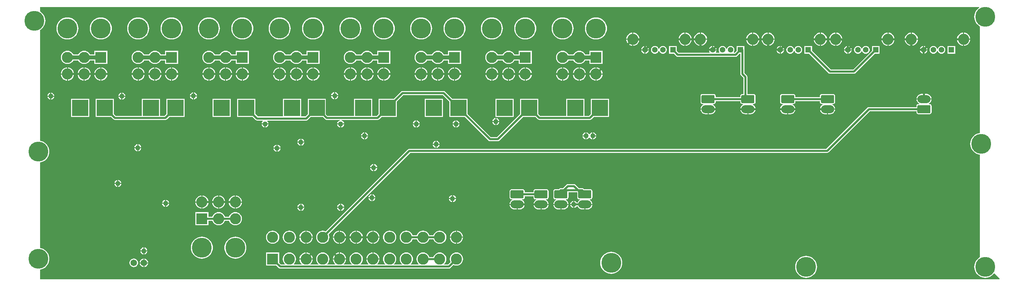
<source format=gbl>
G04 Layer_Physical_Order=2*
G04 Layer_Color=16711680*
%FSLAX44Y44*%
%MOMM*%
G71*
G01*
G75*
%ADD14O,3.3020X2.0320*%
G04:AMPARAMS|DCode=15|XSize=3.302mm|YSize=2.032mm|CornerRadius=0.254mm|HoleSize=0mm|Usage=FLASHONLY|Rotation=180.000|XOffset=0mm|YOffset=0mm|HoleType=Round|Shape=RoundedRectangle|*
%AMROUNDEDRECTD15*
21,1,3.3020,1.5240,0,0,180.0*
21,1,2.7940,2.0320,0,0,180.0*
1,1,0.5080,-1.3970,0.7620*
1,1,0.5080,1.3970,0.7620*
1,1,0.5080,1.3970,-0.7620*
1,1,0.5080,-1.3970,-0.7620*
%
%ADD15ROUNDEDRECTD15*%
%ADD19C,0.5000*%
%ADD22C,1.0000*%
%ADD23C,2.8000*%
%ADD24C,1.4280*%
%ADD25R,1.4280X1.4280*%
%ADD26C,5.0000*%
%ADD27R,2.8000X2.8000*%
%ADD28C,1.5240*%
G04:AMPARAMS|DCode=29|XSize=1.524mm|YSize=1.524mm|CornerRadius=0.1905mm|HoleSize=0mm|Usage=FLASHONLY|Rotation=180.000|XOffset=0mm|YOffset=0mm|HoleType=Round|Shape=RoundedRectangle|*
%AMROUNDEDRECTD29*
21,1,1.5240,1.1430,0,0,180.0*
21,1,1.1430,1.5240,0,0,180.0*
1,1,0.3810,-0.5715,0.5715*
1,1,0.3810,0.5715,0.5715*
1,1,0.3810,0.5715,-0.5715*
1,1,0.3810,-0.5715,-0.5715*
%
%ADD29ROUNDEDRECTD29*%
%ADD30R,4.0600X4.0600*%
%ADD31C,1.6510*%
%ADD32C,1.2700*%
G36*
X2665363Y1243330D02*
X2663763Y1242349D01*
X2660466Y1239534D01*
X2657651Y1236238D01*
X2655386Y1232542D01*
X2653727Y1228537D01*
X2652715Y1224322D01*
X2652375Y1220000D01*
X2652715Y1215679D01*
X2653727Y1211463D01*
X2655386Y1207458D01*
X2657651Y1203762D01*
X2660466Y1200466D01*
X2663763Y1197651D01*
X2667000Y1195667D01*
Y927389D01*
X2665679Y927285D01*
X2661464Y926273D01*
X2657459Y924614D01*
X2653763Y922349D01*
X2650466Y919534D01*
X2647651Y916238D01*
X2645386Y912542D01*
X2643727Y908537D01*
X2642715Y904322D01*
X2642375Y900000D01*
X2642715Y895679D01*
X2643727Y891464D01*
X2645386Y887459D01*
X2647651Y883763D01*
X2650466Y880466D01*
X2653763Y877651D01*
X2657459Y875386D01*
X2661464Y873727D01*
X2665679Y872715D01*
X2667000Y872611D01*
Y614333D01*
X2663763Y612349D01*
X2660466Y609534D01*
X2657651Y606237D01*
X2655386Y602541D01*
X2653727Y598536D01*
X2652715Y594321D01*
X2652375Y590000D01*
X2652715Y585678D01*
X2653727Y581463D01*
X2655386Y577458D01*
X2657651Y573762D01*
X2660466Y570466D01*
X2663763Y567651D01*
X2667459Y565386D01*
X2671464Y563727D01*
X2675679Y562715D01*
X2680000Y562375D01*
X2684322Y562715D01*
X2688537Y563727D01*
X2692542Y565386D01*
X2696238Y567651D01*
X2699534Y570466D01*
X2701747Y573057D01*
X2703400Y573200D01*
X2716627Y559973D01*
X2716141Y558800D01*
X304800D01*
Y582830D01*
X308536Y583727D01*
X312542Y585386D01*
X316238Y587651D01*
X319534Y590466D01*
X322349Y593762D01*
X324614Y597458D01*
X326273Y601463D01*
X327285Y605678D01*
X327625Y610000D01*
X327285Y614321D01*
X326273Y618536D01*
X324614Y622541D01*
X322349Y626237D01*
X319534Y629534D01*
X316238Y632349D01*
X312542Y634614D01*
X308536Y636273D01*
X304800Y637170D01*
Y852830D01*
X308536Y853727D01*
X312542Y855386D01*
X316238Y857651D01*
X319534Y860466D01*
X322349Y863762D01*
X324614Y867458D01*
X326273Y871463D01*
X327285Y875678D01*
X327625Y880000D01*
X327285Y884321D01*
X326273Y888536D01*
X324614Y892541D01*
X322349Y896237D01*
X319534Y899534D01*
X316238Y902349D01*
X312542Y904614D01*
X308536Y906273D01*
X304800Y907170D01*
Y1186770D01*
X306238Y1187651D01*
X309534Y1190466D01*
X312349Y1193763D01*
X314614Y1197459D01*
X316273Y1201463D01*
X317285Y1205679D01*
X317625Y1210000D01*
X317285Y1214322D01*
X316273Y1218537D01*
X314614Y1222542D01*
X312349Y1226238D01*
X309534Y1229534D01*
X306238Y1232349D01*
X304800Y1233230D01*
Y1244600D01*
X2665005D01*
X2665363Y1243330D01*
D02*
G37*
%LPC*%
G36*
X2266970Y1179995D02*
Y1164770D01*
X2282195D01*
X2282000Y1166743D01*
X2281055Y1169861D01*
X2279519Y1172734D01*
X2277452Y1175253D01*
X2274933Y1177319D01*
X2272060Y1178855D01*
X2268942Y1179801D01*
X2266970Y1179995D01*
D02*
G37*
G36*
X2135571D02*
Y1164770D01*
X2150795D01*
X2150601Y1166743D01*
X2149655Y1169861D01*
X2148120Y1172734D01*
X2146053Y1175253D01*
X2143534Y1177319D01*
X2140661Y1178855D01*
X2137543Y1179801D01*
X2135571Y1179995D01*
D02*
G37*
G36*
X1795570D02*
Y1164770D01*
X1810795D01*
X1810601Y1166743D01*
X1809655Y1169861D01*
X1808119Y1172734D01*
X1806052Y1175253D01*
X1803534Y1177319D01*
X1800660Y1178855D01*
X1797543Y1179801D01*
X1795570Y1179995D01*
D02*
G37*
G36*
X1926970D02*
Y1164770D01*
X1942194D01*
X1942000Y1166743D01*
X1941054Y1169861D01*
X1939518Y1172734D01*
X1937452Y1175253D01*
X1934933Y1177319D01*
X1932060Y1178855D01*
X1928942Y1179801D01*
X1926970Y1179995D01*
D02*
G37*
G36*
X2626970D02*
Y1164770D01*
X2642195D01*
X2642000Y1166743D01*
X2641054Y1169861D01*
X2639519Y1172734D01*
X2637452Y1175253D01*
X2634933Y1177319D01*
X2632060Y1178855D01*
X2628942Y1179801D01*
X2626970Y1179995D01*
D02*
G37*
G36*
X2305570D02*
Y1164770D01*
X2320795D01*
X2320601Y1166743D01*
X2319655Y1169861D01*
X2318119Y1172734D01*
X2316052Y1175253D01*
X2313534Y1177319D01*
X2310660Y1178855D01*
X2307543Y1179801D01*
X2305570Y1179995D01*
D02*
G37*
G36*
X2495570D02*
Y1164770D01*
X2510795D01*
X2510601Y1166743D01*
X2509655Y1169861D01*
X2508119Y1172734D01*
X2506053Y1175253D01*
X2503534Y1177319D01*
X2500661Y1178855D01*
X2497543Y1179801D01*
X2495570Y1179995D01*
D02*
G37*
G36*
X2436969D02*
Y1164770D01*
X2452194D01*
X2452000Y1166743D01*
X2451054Y1169861D01*
X2449518Y1172734D01*
X2447452Y1175253D01*
X2444933Y1177319D01*
X2442060Y1178855D01*
X2438942Y1179801D01*
X2436969Y1179995D01*
D02*
G37*
G36*
X2096969Y1179995D02*
Y1164770D01*
X2112195D01*
X2112000Y1166743D01*
X2111055Y1169861D01*
X2109519Y1172734D01*
X2107452Y1175253D01*
X2104933Y1177319D01*
X2102060Y1178855D01*
X2098942Y1179801D01*
X2096969Y1179995D01*
D02*
G37*
G36*
X1965570D02*
Y1164770D01*
X1980795D01*
X1980601Y1166743D01*
X1979655Y1169861D01*
X1978119Y1172734D01*
X1976053Y1175253D01*
X1973534Y1177319D01*
X1970661Y1178855D01*
X1967543Y1179801D01*
X1965570Y1179995D01*
D02*
G37*
G36*
X2094429Y1179995D02*
X2092457Y1179801D01*
X2089339Y1178855D01*
X2086466Y1177319D01*
X2083947Y1175253D01*
X2081881Y1172734D01*
X2080345Y1169861D01*
X2079399Y1166743D01*
X2079205Y1164770D01*
X2094429D01*
Y1179995D01*
D02*
G37*
G36*
X1963030D02*
X1961058Y1179801D01*
X1957940Y1178855D01*
X1955067Y1177319D01*
X1952548Y1175253D01*
X1950481Y1172734D01*
X1948945Y1169861D01*
X1948000Y1166743D01*
X1947805Y1164770D01*
X1963030D01*
Y1179995D01*
D02*
G37*
G36*
X2624430D02*
X2622457Y1179801D01*
X2619339Y1178855D01*
X2616466Y1177319D01*
X2613947Y1175253D01*
X2611880Y1172734D01*
X2610345Y1169861D01*
X2609399Y1166743D01*
X2609205Y1164770D01*
X2624430D01*
Y1179995D01*
D02*
G37*
G36*
X2303030D02*
X2301058Y1179801D01*
X2297940Y1178855D01*
X2295067Y1177319D01*
X2292548Y1175253D01*
X2290481Y1172734D01*
X2288945Y1169861D01*
X2288000Y1166743D01*
X2287805Y1164770D01*
X2303030D01*
Y1179995D01*
D02*
G37*
G36*
X2493030D02*
X2491058Y1179801D01*
X2487940Y1178855D01*
X2485067Y1177319D01*
X2482548Y1175253D01*
X2480481Y1172734D01*
X2478945Y1169861D01*
X2478000Y1166743D01*
X2477805Y1164770D01*
X2493030D01*
Y1179995D01*
D02*
G37*
G36*
X2434429D02*
X2432457Y1179801D01*
X2429339Y1178855D01*
X2426466Y1177319D01*
X2423947Y1175253D01*
X2421880Y1172734D01*
X2420345Y1169861D01*
X2419399Y1166743D01*
X2419205Y1164770D01*
X2434429D01*
Y1179995D01*
D02*
G37*
G36*
X2264430Y1179995D02*
X2262457Y1179801D01*
X2259340Y1178855D01*
X2256466Y1177319D01*
X2253948Y1175253D01*
X2251881Y1172734D01*
X2250345Y1169861D01*
X2249399Y1166743D01*
X2249205Y1164770D01*
X2264430D01*
Y1179995D01*
D02*
G37*
G36*
X2133031D02*
X2131058Y1179801D01*
X2127940Y1178855D01*
X2125067Y1177319D01*
X2122548Y1175253D01*
X2120482Y1172734D01*
X2118946Y1169861D01*
X2118000Y1166743D01*
X2117806Y1164770D01*
X2133031D01*
Y1179995D01*
D02*
G37*
G36*
X1793030D02*
X1791058Y1179801D01*
X1787940Y1178855D01*
X1785067Y1177319D01*
X1782548Y1175253D01*
X1780481Y1172734D01*
X1778945Y1169861D01*
X1778000Y1166743D01*
X1777805Y1164770D01*
X1793030D01*
Y1179995D01*
D02*
G37*
G36*
X1924430D02*
X1922457Y1179801D01*
X1919339Y1178855D01*
X1916466Y1177319D01*
X1913947Y1175253D01*
X1911880Y1172734D01*
X1910345Y1169861D01*
X1909399Y1166743D01*
X1909205Y1164770D01*
X1924430D01*
Y1179995D01*
D02*
G37*
G36*
X1701800Y1218225D02*
X1697478Y1217885D01*
X1693263Y1216873D01*
X1689258Y1215214D01*
X1685562Y1212949D01*
X1682266Y1210134D01*
X1679451Y1206838D01*
X1677186Y1203142D01*
X1675527Y1199137D01*
X1674515Y1194922D01*
X1674175Y1190600D01*
X1674515Y1186279D01*
X1675527Y1182064D01*
X1677186Y1178059D01*
X1679451Y1174362D01*
X1682266Y1171066D01*
X1685562Y1168251D01*
X1689258Y1165986D01*
X1693263Y1164327D01*
X1697478Y1163315D01*
X1701800Y1162975D01*
X1706122Y1163315D01*
X1710337Y1164327D01*
X1714342Y1165986D01*
X1718038Y1168251D01*
X1721334Y1171066D01*
X1724149Y1174362D01*
X1726414Y1178059D01*
X1728073Y1182064D01*
X1729085Y1186279D01*
X1729425Y1190600D01*
X1729085Y1194922D01*
X1728073Y1199137D01*
X1726414Y1203142D01*
X1724149Y1206838D01*
X1721334Y1210134D01*
X1718038Y1212949D01*
X1714342Y1215214D01*
X1710337Y1216873D01*
X1706122Y1217885D01*
X1701800Y1218225D01*
D02*
G37*
G36*
X1617800D02*
X1613479Y1217885D01*
X1609263Y1216873D01*
X1605259Y1215214D01*
X1601562Y1212949D01*
X1598266Y1210134D01*
X1595451Y1206838D01*
X1593186Y1203142D01*
X1591527Y1199137D01*
X1590515Y1194922D01*
X1590175Y1190600D01*
X1590515Y1186279D01*
X1591527Y1182064D01*
X1593186Y1178059D01*
X1595451Y1174362D01*
X1598266Y1171066D01*
X1601562Y1168251D01*
X1605259Y1165986D01*
X1609263Y1164327D01*
X1613479Y1163315D01*
X1617800Y1162975D01*
X1622122Y1163315D01*
X1626337Y1164327D01*
X1630342Y1165986D01*
X1634038Y1168251D01*
X1637334Y1171066D01*
X1640149Y1174362D01*
X1642414Y1178059D01*
X1644073Y1182064D01*
X1645085Y1186279D01*
X1645425Y1190600D01*
X1645085Y1194922D01*
X1644073Y1199137D01*
X1642414Y1203142D01*
X1640149Y1206838D01*
X1637334Y1210134D01*
X1634038Y1212949D01*
X1630342Y1215214D01*
X1626337Y1216873D01*
X1622122Y1217885D01*
X1617800Y1218225D01*
D02*
G37*
G36*
X1524000D02*
X1519678Y1217885D01*
X1515463Y1216873D01*
X1511458Y1215214D01*
X1507762Y1212949D01*
X1504466Y1210134D01*
X1501651Y1206838D01*
X1499386Y1203142D01*
X1497727Y1199137D01*
X1496715Y1194922D01*
X1496375Y1190600D01*
X1496715Y1186279D01*
X1497727Y1182064D01*
X1499386Y1178059D01*
X1501651Y1174362D01*
X1504466Y1171066D01*
X1507762Y1168251D01*
X1511458Y1165986D01*
X1515463Y1164327D01*
X1519678Y1163315D01*
X1524000Y1162975D01*
X1528322Y1163315D01*
X1532537Y1164327D01*
X1536542Y1165986D01*
X1540238Y1168251D01*
X1543534Y1171066D01*
X1546349Y1174362D01*
X1548614Y1178059D01*
X1550273Y1182064D01*
X1551285Y1186279D01*
X1551625Y1190600D01*
X1551285Y1194922D01*
X1550273Y1199137D01*
X1548614Y1203142D01*
X1546349Y1206838D01*
X1543534Y1210134D01*
X1540238Y1212949D01*
X1536542Y1215214D01*
X1532537Y1216873D01*
X1528322Y1217885D01*
X1524000Y1218225D01*
D02*
G37*
G36*
X1440000D02*
X1435679Y1217885D01*
X1431463Y1216873D01*
X1427459Y1215214D01*
X1423763Y1212949D01*
X1420466Y1210134D01*
X1417651Y1206838D01*
X1415386Y1203142D01*
X1413727Y1199137D01*
X1412715Y1194922D01*
X1412375Y1190600D01*
X1412715Y1186279D01*
X1413727Y1182064D01*
X1415386Y1178059D01*
X1417651Y1174362D01*
X1420466Y1171066D01*
X1423763Y1168251D01*
X1427459Y1165986D01*
X1431463Y1164327D01*
X1435679Y1163315D01*
X1440000Y1162975D01*
X1444322Y1163315D01*
X1448537Y1164327D01*
X1452542Y1165986D01*
X1456238Y1168251D01*
X1459534Y1171066D01*
X1462349Y1174362D01*
X1464614Y1178059D01*
X1466273Y1182064D01*
X1467285Y1186279D01*
X1467625Y1190600D01*
X1467285Y1194922D01*
X1466273Y1199137D01*
X1464614Y1203142D01*
X1462349Y1206838D01*
X1459534Y1210134D01*
X1456238Y1212949D01*
X1452542Y1215214D01*
X1448537Y1216873D01*
X1444322Y1217885D01*
X1440000Y1218225D01*
D02*
G37*
G36*
X1346200D02*
X1341879Y1217885D01*
X1337663Y1216873D01*
X1333658Y1215214D01*
X1329962Y1212949D01*
X1326666Y1210134D01*
X1323851Y1206838D01*
X1321586Y1203142D01*
X1319927Y1199137D01*
X1318915Y1194922D01*
X1318575Y1190600D01*
X1318915Y1186279D01*
X1319927Y1182064D01*
X1321586Y1178059D01*
X1323851Y1174362D01*
X1326666Y1171066D01*
X1329962Y1168251D01*
X1333658Y1165986D01*
X1337663Y1164327D01*
X1341879Y1163315D01*
X1346200Y1162975D01*
X1350522Y1163315D01*
X1354737Y1164327D01*
X1358742Y1165986D01*
X1362438Y1168251D01*
X1365734Y1171066D01*
X1368549Y1174362D01*
X1370814Y1178059D01*
X1372473Y1182064D01*
X1373485Y1186279D01*
X1373825Y1190600D01*
X1373485Y1194922D01*
X1372473Y1199137D01*
X1370814Y1203142D01*
X1368549Y1206838D01*
X1365734Y1210134D01*
X1362438Y1212949D01*
X1358742Y1215214D01*
X1354737Y1216873D01*
X1350522Y1217885D01*
X1346200Y1218225D01*
D02*
G37*
G36*
X1262200D02*
X1257879Y1217885D01*
X1253663Y1216873D01*
X1249659Y1215214D01*
X1245963Y1212949D01*
X1242666Y1210134D01*
X1239851Y1206838D01*
X1237586Y1203142D01*
X1235927Y1199137D01*
X1234915Y1194922D01*
X1234575Y1190600D01*
X1234915Y1186279D01*
X1235927Y1182064D01*
X1237586Y1178059D01*
X1239851Y1174362D01*
X1242666Y1171066D01*
X1245963Y1168251D01*
X1249659Y1165986D01*
X1253663Y1164327D01*
X1257879Y1163315D01*
X1262200Y1162975D01*
X1266522Y1163315D01*
X1270737Y1164327D01*
X1274742Y1165986D01*
X1278438Y1168251D01*
X1281734Y1171066D01*
X1284549Y1174362D01*
X1286814Y1178059D01*
X1288473Y1182064D01*
X1289485Y1186279D01*
X1289825Y1190600D01*
X1289485Y1194922D01*
X1288473Y1199137D01*
X1286814Y1203142D01*
X1284549Y1206838D01*
X1281734Y1210134D01*
X1278438Y1212949D01*
X1274742Y1215214D01*
X1270737Y1216873D01*
X1266522Y1217885D01*
X1262200Y1218225D01*
D02*
G37*
G36*
X1168400D02*
X1164079Y1217885D01*
X1159863Y1216873D01*
X1155858Y1215214D01*
X1152162Y1212949D01*
X1148866Y1210134D01*
X1146051Y1206838D01*
X1143786Y1203142D01*
X1142127Y1199137D01*
X1141115Y1194922D01*
X1140775Y1190600D01*
X1141115Y1186279D01*
X1142127Y1182064D01*
X1143786Y1178059D01*
X1146051Y1174362D01*
X1148866Y1171066D01*
X1152162Y1168251D01*
X1155858Y1165986D01*
X1159863Y1164327D01*
X1164079Y1163315D01*
X1168400Y1162975D01*
X1172721Y1163315D01*
X1176937Y1164327D01*
X1180942Y1165986D01*
X1184638Y1168251D01*
X1187934Y1171066D01*
X1190749Y1174362D01*
X1193014Y1178059D01*
X1194673Y1182064D01*
X1195685Y1186279D01*
X1196025Y1190600D01*
X1195685Y1194922D01*
X1194673Y1199137D01*
X1193014Y1203142D01*
X1190749Y1206838D01*
X1187934Y1210134D01*
X1184638Y1212949D01*
X1180942Y1215214D01*
X1176937Y1216873D01*
X1172721Y1217885D01*
X1168400Y1218225D01*
D02*
G37*
G36*
X1084400D02*
X1080079Y1217885D01*
X1075863Y1216873D01*
X1071859Y1215214D01*
X1068163Y1212949D01*
X1064866Y1210134D01*
X1062051Y1206838D01*
X1059786Y1203142D01*
X1058127Y1199137D01*
X1057115Y1194922D01*
X1056775Y1190600D01*
X1057115Y1186279D01*
X1058127Y1182064D01*
X1059786Y1178059D01*
X1062051Y1174362D01*
X1064866Y1171066D01*
X1068163Y1168251D01*
X1071859Y1165986D01*
X1075863Y1164327D01*
X1080079Y1163315D01*
X1084400Y1162975D01*
X1088722Y1163315D01*
X1092937Y1164327D01*
X1096942Y1165986D01*
X1100638Y1168251D01*
X1103934Y1171066D01*
X1106749Y1174362D01*
X1109014Y1178059D01*
X1110673Y1182064D01*
X1111685Y1186279D01*
X1112025Y1190600D01*
X1111685Y1194922D01*
X1110673Y1199137D01*
X1109014Y1203142D01*
X1106749Y1206838D01*
X1103934Y1210134D01*
X1100638Y1212949D01*
X1096942Y1215214D01*
X1092937Y1216873D01*
X1088722Y1217885D01*
X1084400Y1218225D01*
D02*
G37*
G36*
X990600D02*
X986279Y1217885D01*
X982063Y1216873D01*
X978058Y1215214D01*
X974362Y1212949D01*
X971066Y1210134D01*
X968251Y1206838D01*
X965986Y1203142D01*
X964327Y1199137D01*
X963315Y1194922D01*
X962975Y1190600D01*
X963315Y1186279D01*
X964327Y1182064D01*
X965986Y1178059D01*
X968251Y1174362D01*
X971066Y1171066D01*
X974362Y1168251D01*
X978058Y1165986D01*
X982063Y1164327D01*
X986279Y1163315D01*
X990600Y1162975D01*
X994921Y1163315D01*
X999137Y1164327D01*
X1003142Y1165986D01*
X1006838Y1168251D01*
X1010134Y1171066D01*
X1012949Y1174362D01*
X1015214Y1178059D01*
X1016873Y1182064D01*
X1017885Y1186279D01*
X1018225Y1190600D01*
X1017885Y1194922D01*
X1016873Y1199137D01*
X1015214Y1203142D01*
X1012949Y1206838D01*
X1010134Y1210134D01*
X1006838Y1212949D01*
X1003142Y1215214D01*
X999137Y1216873D01*
X994921Y1217885D01*
X990600Y1218225D01*
D02*
G37*
G36*
X906600D02*
X902279Y1217885D01*
X898064Y1216873D01*
X894059Y1215214D01*
X890362Y1212949D01*
X887066Y1210134D01*
X884251Y1206838D01*
X881986Y1203142D01*
X880327Y1199137D01*
X879315Y1194922D01*
X878975Y1190600D01*
X879315Y1186279D01*
X880327Y1182064D01*
X881986Y1178059D01*
X884251Y1174362D01*
X887066Y1171066D01*
X890362Y1168251D01*
X894059Y1165986D01*
X898064Y1164327D01*
X902279Y1163315D01*
X906600Y1162975D01*
X910922Y1163315D01*
X915137Y1164327D01*
X919142Y1165986D01*
X922838Y1168251D01*
X926134Y1171066D01*
X928949Y1174362D01*
X931214Y1178059D01*
X932873Y1182064D01*
X933885Y1186279D01*
X934225Y1190600D01*
X933885Y1194922D01*
X932873Y1199137D01*
X931214Y1203142D01*
X928949Y1206838D01*
X926134Y1210134D01*
X922838Y1212949D01*
X919142Y1215214D01*
X915137Y1216873D01*
X910922Y1217885D01*
X906600Y1218225D01*
D02*
G37*
G36*
X812800D02*
X808478Y1217885D01*
X804263Y1216873D01*
X800258Y1215214D01*
X796562Y1212949D01*
X793266Y1210134D01*
X790451Y1206838D01*
X788186Y1203142D01*
X786527Y1199137D01*
X785515Y1194922D01*
X785175Y1190600D01*
X785515Y1186279D01*
X786527Y1182064D01*
X788186Y1178059D01*
X790451Y1174362D01*
X793266Y1171066D01*
X796562Y1168251D01*
X800258Y1165986D01*
X804263Y1164327D01*
X808478Y1163315D01*
X812800Y1162975D01*
X817122Y1163315D01*
X821337Y1164327D01*
X825342Y1165986D01*
X829038Y1168251D01*
X832334Y1171066D01*
X835149Y1174362D01*
X837414Y1178059D01*
X839073Y1182064D01*
X840085Y1186279D01*
X840425Y1190600D01*
X840085Y1194922D01*
X839073Y1199137D01*
X837414Y1203142D01*
X835149Y1206838D01*
X832334Y1210134D01*
X829038Y1212949D01*
X825342Y1215214D01*
X821337Y1216873D01*
X817122Y1217885D01*
X812800Y1218225D01*
D02*
G37*
G36*
X728800D02*
X724479Y1217885D01*
X720264Y1216873D01*
X716259Y1215214D01*
X712562Y1212949D01*
X709266Y1210134D01*
X706451Y1206838D01*
X704186Y1203142D01*
X702527Y1199137D01*
X701515Y1194922D01*
X701175Y1190600D01*
X701515Y1186279D01*
X702527Y1182064D01*
X704186Y1178059D01*
X706451Y1174362D01*
X709266Y1171066D01*
X712562Y1168251D01*
X716259Y1165986D01*
X720264Y1164327D01*
X724479Y1163315D01*
X728800Y1162975D01*
X733122Y1163315D01*
X737337Y1164327D01*
X741342Y1165986D01*
X745038Y1168251D01*
X748334Y1171066D01*
X751149Y1174362D01*
X753414Y1178059D01*
X755073Y1182064D01*
X756085Y1186279D01*
X756425Y1190600D01*
X756085Y1194922D01*
X755073Y1199137D01*
X753414Y1203142D01*
X751149Y1206838D01*
X748334Y1210134D01*
X745038Y1212949D01*
X741342Y1215214D01*
X737337Y1216873D01*
X733122Y1217885D01*
X728800Y1218225D01*
D02*
G37*
G36*
X635000D02*
X630678Y1217885D01*
X626463Y1216873D01*
X622458Y1215214D01*
X618762Y1212949D01*
X615466Y1210134D01*
X612651Y1206838D01*
X610386Y1203142D01*
X608727Y1199137D01*
X607715Y1194922D01*
X607375Y1190600D01*
X607715Y1186279D01*
X608727Y1182064D01*
X610386Y1178059D01*
X612651Y1174362D01*
X615466Y1171066D01*
X618762Y1168251D01*
X622458Y1165986D01*
X626463Y1164327D01*
X630678Y1163315D01*
X635000Y1162975D01*
X639322Y1163315D01*
X643537Y1164327D01*
X647542Y1165986D01*
X651238Y1168251D01*
X654534Y1171066D01*
X657349Y1174362D01*
X659614Y1178059D01*
X661273Y1182064D01*
X662285Y1186279D01*
X662625Y1190600D01*
X662285Y1194922D01*
X661273Y1199137D01*
X659614Y1203142D01*
X657349Y1206838D01*
X654534Y1210134D01*
X651238Y1212949D01*
X647542Y1215214D01*
X643537Y1216873D01*
X639322Y1217885D01*
X635000Y1218225D01*
D02*
G37*
G36*
X551000D02*
X546679Y1217885D01*
X542463Y1216873D01*
X538459Y1215214D01*
X534762Y1212949D01*
X531466Y1210134D01*
X528651Y1206838D01*
X526386Y1203142D01*
X524727Y1199137D01*
X523715Y1194922D01*
X523375Y1190600D01*
X523715Y1186279D01*
X524727Y1182064D01*
X526386Y1178059D01*
X528651Y1174362D01*
X531466Y1171066D01*
X534762Y1168251D01*
X538459Y1165986D01*
X542463Y1164327D01*
X546679Y1163315D01*
X551000Y1162975D01*
X555322Y1163315D01*
X559537Y1164327D01*
X563542Y1165986D01*
X567238Y1168251D01*
X570534Y1171066D01*
X573349Y1174362D01*
X575614Y1178059D01*
X577273Y1182064D01*
X578285Y1186279D01*
X578625Y1190600D01*
X578285Y1194922D01*
X577273Y1199137D01*
X575614Y1203142D01*
X573349Y1206838D01*
X570534Y1210134D01*
X567238Y1212949D01*
X563542Y1215214D01*
X559537Y1216873D01*
X555322Y1217885D01*
X551000Y1218225D01*
D02*
G37*
G36*
X457200D02*
X452878Y1217885D01*
X448663Y1216873D01*
X444658Y1215214D01*
X440962Y1212949D01*
X437666Y1210134D01*
X434851Y1206838D01*
X432586Y1203142D01*
X430927Y1199137D01*
X429915Y1194922D01*
X429575Y1190600D01*
X429915Y1186279D01*
X430927Y1182064D01*
X432586Y1178059D01*
X434851Y1174362D01*
X437666Y1171066D01*
X440962Y1168251D01*
X444658Y1165986D01*
X448663Y1164327D01*
X452878Y1163315D01*
X457200Y1162975D01*
X461521Y1163315D01*
X465737Y1164327D01*
X469742Y1165986D01*
X473438Y1168251D01*
X476734Y1171066D01*
X479549Y1174362D01*
X481814Y1178059D01*
X483473Y1182064D01*
X484485Y1186279D01*
X484825Y1190600D01*
X484485Y1194922D01*
X483473Y1199137D01*
X481814Y1203142D01*
X479549Y1206838D01*
X476734Y1210134D01*
X473438Y1212949D01*
X469742Y1215214D01*
X465737Y1216873D01*
X461521Y1217885D01*
X457200Y1218225D01*
D02*
G37*
G36*
X373200D02*
X368879Y1217885D01*
X364664Y1216873D01*
X360659Y1215214D01*
X356963Y1212949D01*
X353666Y1210134D01*
X350851Y1206838D01*
X348586Y1203142D01*
X346927Y1199137D01*
X345915Y1194922D01*
X345575Y1190600D01*
X345915Y1186279D01*
X346927Y1182064D01*
X348586Y1178059D01*
X350851Y1174362D01*
X353666Y1171066D01*
X356963Y1168251D01*
X360659Y1165986D01*
X364664Y1164327D01*
X368879Y1163315D01*
X373200Y1162975D01*
X377522Y1163315D01*
X381737Y1164327D01*
X385742Y1165986D01*
X389438Y1168251D01*
X392734Y1171066D01*
X395549Y1174362D01*
X397814Y1178059D01*
X399473Y1182064D01*
X400485Y1186279D01*
X400825Y1190600D01*
X400485Y1194922D01*
X399473Y1199137D01*
X397814Y1203142D01*
X395549Y1206838D01*
X392734Y1210134D01*
X389438Y1212949D01*
X385742Y1215214D01*
X381737Y1216873D01*
X377522Y1217885D01*
X373200Y1218225D01*
D02*
G37*
G36*
X2282195Y1162230D02*
X2266970D01*
Y1147005D01*
X2268942Y1147200D01*
X2272060Y1148145D01*
X2274933Y1149681D01*
X2277452Y1151748D01*
X2279519Y1154267D01*
X2281055Y1157140D01*
X2282000Y1160258D01*
X2282195Y1162230D01*
D02*
G37*
G36*
X2150795D02*
X2135571D01*
Y1147005D01*
X2137543Y1147200D01*
X2140661Y1148145D01*
X2143534Y1149681D01*
X2146053Y1151748D01*
X2148120Y1154267D01*
X2149655Y1157140D01*
X2150601Y1160258D01*
X2150795Y1162230D01*
D02*
G37*
G36*
X1942194D02*
X1926970D01*
Y1147005D01*
X1928942Y1147200D01*
X1932060Y1148145D01*
X1934933Y1149681D01*
X1937452Y1151748D01*
X1939518Y1154267D01*
X1941054Y1157140D01*
X1942000Y1160258D01*
X1942194Y1162230D01*
D02*
G37*
G36*
X1810795D02*
X1795570D01*
Y1147005D01*
X1797543Y1147200D01*
X1800660Y1148145D01*
X1803534Y1149681D01*
X1806052Y1151748D01*
X1808119Y1154267D01*
X1809655Y1157140D01*
X1810601Y1160258D01*
X1810795Y1162230D01*
D02*
G37*
G36*
X2094429D02*
X2079205D01*
X2079399Y1160258D01*
X2080345Y1157140D01*
X2081881Y1154267D01*
X2083947Y1151748D01*
X2086466Y1149681D01*
X2089339Y1148145D01*
X2092457Y1147200D01*
X2094429Y1147005D01*
Y1162230D01*
D02*
G37*
G36*
X1963030D02*
X1947805D01*
X1948000Y1160258D01*
X1948945Y1157140D01*
X1950481Y1154267D01*
X1952548Y1151748D01*
X1955067Y1149681D01*
X1957940Y1148145D01*
X1961058Y1147200D01*
X1963030Y1147005D01*
Y1162230D01*
D02*
G37*
G36*
X2642195D02*
X2626970D01*
Y1147005D01*
X2628942Y1147200D01*
X2632060Y1148145D01*
X2634933Y1149681D01*
X2637452Y1151748D01*
X2639519Y1154267D01*
X2641054Y1157140D01*
X2642000Y1160258D01*
X2642195Y1162230D01*
D02*
G37*
G36*
X2510795D02*
X2495570D01*
Y1147005D01*
X2497543Y1147200D01*
X2500661Y1148145D01*
X2503534Y1149681D01*
X2506053Y1151748D01*
X2508119Y1154267D01*
X2509655Y1157140D01*
X2510601Y1160258D01*
X2510795Y1162230D01*
D02*
G37*
G36*
X2452194D02*
X2436969D01*
Y1147005D01*
X2438942Y1147200D01*
X2442060Y1148145D01*
X2444933Y1149681D01*
X2447452Y1151748D01*
X2449518Y1154267D01*
X2451054Y1157140D01*
X2452000Y1160258D01*
X2452194Y1162230D01*
D02*
G37*
G36*
X2320795D02*
X2305570D01*
Y1147005D01*
X2307543Y1147200D01*
X2310660Y1148145D01*
X2313534Y1149681D01*
X2316052Y1151748D01*
X2318119Y1154267D01*
X2319655Y1157140D01*
X2320601Y1160258D01*
X2320795Y1162230D01*
D02*
G37*
G36*
X2624430D02*
X2609205D01*
X2609399Y1160258D01*
X2610345Y1157140D01*
X2611880Y1154267D01*
X2613947Y1151748D01*
X2616466Y1149681D01*
X2619339Y1148145D01*
X2622457Y1147200D01*
X2624430Y1147005D01*
Y1162230D01*
D02*
G37*
G36*
X2493030D02*
X2477805D01*
X2478000Y1160258D01*
X2478945Y1157140D01*
X2480481Y1154267D01*
X2482548Y1151748D01*
X2485067Y1149681D01*
X2487940Y1148145D01*
X2491058Y1147200D01*
X2493030Y1147005D01*
Y1162230D01*
D02*
G37*
G36*
X2434429D02*
X2419205D01*
X2419399Y1160258D01*
X2420345Y1157140D01*
X2421880Y1154267D01*
X2423947Y1151748D01*
X2426466Y1149681D01*
X2429339Y1148145D01*
X2432457Y1147200D01*
X2434429Y1147005D01*
Y1162230D01*
D02*
G37*
G36*
X2303030D02*
X2287805D01*
X2288000Y1160258D01*
X2288945Y1157140D01*
X2290481Y1154267D01*
X2292548Y1151748D01*
X2295067Y1149681D01*
X2297940Y1148145D01*
X2301058Y1147200D01*
X2303030Y1147005D01*
Y1162230D01*
D02*
G37*
G36*
X2112195D02*
X2096969D01*
Y1147005D01*
X2098942Y1147200D01*
X2102060Y1148145D01*
X2104933Y1149681D01*
X2107452Y1151748D01*
X2109519Y1154267D01*
X2111055Y1157140D01*
X2112000Y1160258D01*
X2112195Y1162230D01*
D02*
G37*
G36*
X1980795D02*
X1965570D01*
Y1147005D01*
X1967543Y1147200D01*
X1970661Y1148145D01*
X1973534Y1149681D01*
X1976053Y1151748D01*
X1978119Y1154267D01*
X1979655Y1157140D01*
X1980601Y1160258D01*
X1980795Y1162230D01*
D02*
G37*
G36*
X2264430D02*
X2249205D01*
X2249399Y1160258D01*
X2250345Y1157140D01*
X2251881Y1154267D01*
X2253948Y1151748D01*
X2256466Y1149681D01*
X2259340Y1148145D01*
X2262457Y1147200D01*
X2264430Y1147005D01*
Y1162230D01*
D02*
G37*
G36*
X2133031D02*
X2117806D01*
X2118000Y1160258D01*
X2118946Y1157140D01*
X2120482Y1154267D01*
X2122548Y1151748D01*
X2125067Y1149681D01*
X2127940Y1148145D01*
X2131058Y1147200D01*
X2133031Y1147005D01*
Y1162230D01*
D02*
G37*
G36*
X1924430D02*
X1909205D01*
X1909399Y1160258D01*
X1910345Y1157140D01*
X1911880Y1154267D01*
X1913947Y1151748D01*
X1916466Y1149681D01*
X1919339Y1148145D01*
X1922457Y1147200D01*
X1924430Y1147005D01*
Y1162230D01*
D02*
G37*
G36*
X1793030D02*
X1777805D01*
X1778000Y1160258D01*
X1778945Y1157140D01*
X1780481Y1154267D01*
X1782548Y1151748D01*
X1785067Y1149681D01*
X1787940Y1148145D01*
X1791058Y1147200D01*
X1793030Y1147005D01*
Y1162230D01*
D02*
G37*
G36*
X2570000Y1146264D02*
X2567473Y1145931D01*
X2565118Y1144956D01*
X2563096Y1143404D01*
X2561544Y1141382D01*
X2560659Y1139246D01*
X2560000Y1139128D01*
X2559340Y1139246D01*
X2558455Y1141382D01*
X2556904Y1143404D01*
X2554882Y1144956D01*
X2552527Y1145931D01*
X2550000Y1146264D01*
X2547473Y1145931D01*
X2545118Y1144956D01*
X2543096Y1143404D01*
X2541544Y1141382D01*
X2540569Y1139027D01*
X2540236Y1136500D01*
X2540569Y1133973D01*
X2541544Y1131618D01*
X2543096Y1129596D01*
X2545118Y1128045D01*
X2547473Y1127069D01*
X2550000Y1126737D01*
X2552527Y1127069D01*
X2554882Y1128045D01*
X2556904Y1129596D01*
X2558455Y1131618D01*
X2559340Y1133755D01*
X2560000Y1133872D01*
X2560659Y1133755D01*
X2561544Y1131618D01*
X2563096Y1129596D01*
X2565118Y1128045D01*
X2567473Y1127069D01*
X2570000Y1126737D01*
X2572527Y1127069D01*
X2574882Y1128045D01*
X2576904Y1129596D01*
X2578456Y1131618D01*
X2579431Y1133973D01*
X2579763Y1136500D01*
X2579431Y1139027D01*
X2578456Y1141382D01*
X2576904Y1143404D01*
X2574882Y1144956D01*
X2572527Y1145931D01*
X2570000Y1146264D01*
D02*
G37*
G36*
X2380000D02*
X2377473Y1145931D01*
X2375118Y1144956D01*
X2373096Y1143404D01*
X2371544Y1141382D01*
X2370659Y1139246D01*
X2370000Y1139128D01*
X2369340Y1139246D01*
X2368455Y1141382D01*
X2366904Y1143404D01*
X2364882Y1144956D01*
X2362527Y1145931D01*
X2360000Y1146264D01*
X2357473Y1145931D01*
X2355118Y1144956D01*
X2353096Y1143404D01*
X2351544Y1141382D01*
X2350569Y1139027D01*
X2350236Y1136500D01*
X2350569Y1133973D01*
X2351544Y1131618D01*
X2353096Y1129596D01*
X2355118Y1128045D01*
X2357473Y1127069D01*
X2360000Y1126737D01*
X2362527Y1127069D01*
X2364882Y1128045D01*
X2366904Y1129596D01*
X2368455Y1131618D01*
X2369340Y1133755D01*
X2370000Y1133872D01*
X2370659Y1133755D01*
X2371544Y1131618D01*
X2373096Y1129596D01*
X2375118Y1128045D01*
X2377473Y1127069D01*
X2380000Y1126737D01*
X2382527Y1127069D01*
X2384882Y1128045D01*
X2386904Y1129596D01*
X2388455Y1131618D01*
X2389431Y1133973D01*
X2389763Y1136500D01*
X2389431Y1139027D01*
X2388455Y1141382D01*
X2386904Y1143404D01*
X2384882Y1144956D01*
X2382527Y1145931D01*
X2380000Y1146264D01*
D02*
G37*
G36*
X2210000D02*
X2207473Y1145931D01*
X2205118Y1144956D01*
X2203096Y1143404D01*
X2201545Y1141382D01*
X2200660Y1139246D01*
X2200000Y1139128D01*
X2199341Y1139246D01*
X2198456Y1141382D01*
X2196904Y1143404D01*
X2194882Y1144956D01*
X2192527Y1145931D01*
X2190000Y1146264D01*
X2187473Y1145931D01*
X2185118Y1144956D01*
X2183096Y1143404D01*
X2181545Y1141382D01*
X2180569Y1139027D01*
X2180237Y1136500D01*
X2180569Y1133973D01*
X2181545Y1131618D01*
X2183096Y1129596D01*
X2185118Y1128045D01*
X2187473Y1127069D01*
X2190000Y1126737D01*
X2192527Y1127069D01*
X2194882Y1128045D01*
X2196904Y1129596D01*
X2198456Y1131618D01*
X2199341Y1133755D01*
X2200000Y1133872D01*
X2200660Y1133755D01*
X2201545Y1131618D01*
X2203096Y1129596D01*
X2205118Y1128045D01*
X2207473Y1127069D01*
X2210000Y1126737D01*
X2212527Y1127069D01*
X2214882Y1128045D01*
X2216904Y1129596D01*
X2218456Y1131618D01*
X2219431Y1133973D01*
X2219764Y1136500D01*
X2219431Y1139027D01*
X2218456Y1141382D01*
X2216904Y1143404D01*
X2214882Y1144956D01*
X2212527Y1145931D01*
X2210000Y1146264D01*
D02*
G37*
G36*
X2040000D02*
X2037473Y1145931D01*
X2035118Y1144956D01*
X2033096Y1143404D01*
X2031544Y1141382D01*
X2030660Y1139246D01*
X2030000Y1139128D01*
X2029340Y1139246D01*
X2028456Y1141382D01*
X2026904Y1143404D01*
X2024882Y1144956D01*
X2022527Y1145931D01*
X2020000Y1146264D01*
X2017473Y1145931D01*
X2015118Y1144956D01*
X2013096Y1143404D01*
X2011545Y1141382D01*
X2010569Y1139027D01*
X2010237Y1136500D01*
X2010569Y1133973D01*
X2011545Y1131618D01*
X2012316Y1130613D01*
X2011690Y1129343D01*
X2003309D01*
X2002683Y1130613D01*
X2003454Y1131618D01*
X2004430Y1133973D01*
X2004595Y1135230D01*
X1994999D01*
X1985403D01*
X1985568Y1133973D01*
X1986543Y1131618D01*
X1987315Y1130613D01*
X1986689Y1129343D01*
X1909423D01*
X1904678Y1134087D01*
Y1146180D01*
X1885318D01*
Y1126820D01*
X1897411D01*
X1903661Y1120570D01*
X1905328Y1119456D01*
X1907295Y1119065D01*
X2052702D01*
X2054669Y1119456D01*
X2056336Y1120570D01*
X2062586Y1126820D01*
X2064453D01*
Y1076198D01*
X2064844Y1074231D01*
X2065958Y1072564D01*
X2072073Y1066450D01*
Y1025499D01*
X2069680D01*
X2067698Y1025105D01*
X2066017Y1023982D01*
X2064895Y1022302D01*
X2064500Y1020320D01*
Y1017839D01*
X2002800D01*
Y1020320D01*
X2002405Y1022302D01*
X2001283Y1023982D01*
X1999602Y1025105D01*
X1997620Y1025499D01*
X1969680D01*
X1967698Y1025105D01*
X1966018Y1023982D01*
X1964895Y1022302D01*
X1964501Y1020320D01*
Y1005080D01*
X1964895Y1003098D01*
X1966018Y1001418D01*
X1967698Y1000295D01*
X1969680Y999901D01*
X1971215D01*
X1971468Y998631D01*
X1970895Y998393D01*
X1968242Y996358D01*
X1966207Y993705D01*
X1964927Y990615D01*
X1964658Y988570D01*
X2002643D01*
X2002373Y990615D01*
X2001093Y993705D01*
X1999058Y996358D01*
X1996405Y998393D01*
X1995833Y998631D01*
X1996085Y999901D01*
X1997620D01*
X1999602Y1000295D01*
X2001283Y1001418D01*
X2002405Y1003098D01*
X2002800Y1005080D01*
Y1007561D01*
X2064500D01*
Y1005080D01*
X2064895Y1003098D01*
X2066017Y1001418D01*
X2067698Y1000295D01*
X2069680Y999901D01*
X2071215D01*
X2071467Y998631D01*
X2070895Y998393D01*
X2068242Y996358D01*
X2066207Y993705D01*
X2064927Y990615D01*
X2064657Y988570D01*
X2102642D01*
X2102373Y990615D01*
X2101093Y993705D01*
X2099058Y996358D01*
X2096405Y998393D01*
X2095832Y998631D01*
X2096085Y999901D01*
X2097620D01*
X2099602Y1000295D01*
X2101282Y1001418D01*
X2102405Y1003098D01*
X2102799Y1005080D01*
Y1020320D01*
X2102405Y1022302D01*
X2101282Y1023982D01*
X2099602Y1025105D01*
X2097620Y1025499D01*
X2082351D01*
Y1068578D01*
X2081960Y1070545D01*
X2080846Y1072212D01*
X2074731Y1078326D01*
Y1136500D01*
X2074679Y1136762D01*
Y1146180D01*
X2055319D01*
Y1134087D01*
X2050574Y1129343D01*
X2048310D01*
X2047684Y1130613D01*
X2048455Y1131618D01*
X2049431Y1133973D01*
X2049763Y1136500D01*
X2049431Y1139027D01*
X2048455Y1141382D01*
X2046904Y1143404D01*
X2044882Y1144956D01*
X2042527Y1145931D01*
X2040000Y1146264D01*
D02*
G37*
G36*
X1870000D02*
X1867473Y1145931D01*
X1865118Y1144956D01*
X1863096Y1143404D01*
X1861544Y1141382D01*
X1860659Y1139246D01*
X1860000Y1139128D01*
X1859340Y1139246D01*
X1858455Y1141382D01*
X1856904Y1143404D01*
X1854882Y1144956D01*
X1852527Y1145931D01*
X1850000Y1146264D01*
X1847473Y1145931D01*
X1845118Y1144956D01*
X1843096Y1143404D01*
X1841544Y1141382D01*
X1840569Y1139027D01*
X1840236Y1136500D01*
X1840569Y1133973D01*
X1841544Y1131618D01*
X1843096Y1129596D01*
X1845118Y1128045D01*
X1847473Y1127069D01*
X1850000Y1126737D01*
X1852527Y1127069D01*
X1854882Y1128045D01*
X1856904Y1129596D01*
X1858455Y1131618D01*
X1859340Y1133755D01*
X1860000Y1133872D01*
X1860659Y1133755D01*
X1861544Y1131618D01*
X1863096Y1129596D01*
X1865118Y1128045D01*
X1867473Y1127069D01*
X1870000Y1126737D01*
X1872527Y1127069D01*
X1874882Y1128045D01*
X1876904Y1129596D01*
X1878455Y1131618D01*
X1879431Y1133973D01*
X1879763Y1136500D01*
X1879431Y1139027D01*
X1878455Y1141382D01*
X1876904Y1143404D01*
X1874882Y1144956D01*
X1872527Y1145931D01*
X1870000Y1146264D01*
D02*
G37*
G36*
X1996269Y1146096D02*
Y1137770D01*
X2004595D01*
X2004430Y1139027D01*
X2003454Y1141382D01*
X2001903Y1143404D01*
X1999881Y1144956D01*
X1997526Y1145931D01*
X1996269Y1146096D01*
D02*
G37*
G36*
X2336269Y1146096D02*
Y1137770D01*
X2344595D01*
X2344429Y1139027D01*
X2343454Y1141382D01*
X2341902Y1143404D01*
X2339880Y1144956D01*
X2337526Y1145931D01*
X2336269Y1146096D01*
D02*
G37*
G36*
X2526269D02*
Y1137770D01*
X2534595D01*
X2534430Y1139027D01*
X2533454Y1141382D01*
X2531903Y1143404D01*
X2529881Y1144956D01*
X2527526Y1145931D01*
X2526269Y1146096D01*
D02*
G37*
G36*
X2166269Y1146096D02*
Y1137770D01*
X2174595D01*
X2174430Y1139027D01*
X2173454Y1141382D01*
X2171903Y1143404D01*
X2169881Y1144956D01*
X2167526Y1145931D01*
X2166269Y1146096D01*
D02*
G37*
G36*
X1826268D02*
Y1137770D01*
X1834595D01*
X1834429Y1139027D01*
X1833454Y1141382D01*
X1831902Y1143404D01*
X1829880Y1144956D01*
X1827526Y1145931D01*
X1826268Y1146096D01*
D02*
G37*
G36*
X2163729Y1146096D02*
X2162472Y1145931D01*
X2160117Y1144956D01*
X2158095Y1143404D01*
X2156543Y1141382D01*
X2155568Y1139027D01*
X2155403Y1137770D01*
X2163729D01*
Y1146096D01*
D02*
G37*
G36*
X1823728D02*
X1822472Y1145931D01*
X1820117Y1144956D01*
X1818095Y1143404D01*
X1816543Y1141382D01*
X1815568Y1139027D01*
X1815402Y1137770D01*
X1823728D01*
Y1146096D01*
D02*
G37*
G36*
X2333729Y1146096D02*
X2332472Y1145931D01*
X2330117Y1144956D01*
X2328095Y1143404D01*
X2326543Y1141382D01*
X2325568Y1139027D01*
X2325402Y1137770D01*
X2333729D01*
Y1146096D01*
D02*
G37*
G36*
X2523729D02*
X2522472Y1145931D01*
X2520117Y1144956D01*
X2518095Y1143404D01*
X2516543Y1141382D01*
X2515568Y1139027D01*
X2515402Y1137770D01*
X2523729D01*
Y1146096D01*
D02*
G37*
G36*
X1993729Y1146096D02*
X1992472Y1145931D01*
X1990117Y1144956D01*
X1988095Y1143404D01*
X1986543Y1141382D01*
X1985568Y1139027D01*
X1985403Y1137770D01*
X1993729D01*
Y1146096D01*
D02*
G37*
G36*
X2163729Y1135230D02*
X2155403D01*
X2155568Y1133973D01*
X2156543Y1131618D01*
X2158095Y1129596D01*
X2160117Y1128045D01*
X2162472Y1127069D01*
X2163729Y1126904D01*
Y1135230D01*
D02*
G37*
G36*
X1823728D02*
X1815402D01*
X1815568Y1133973D01*
X1816543Y1131618D01*
X1818095Y1129596D01*
X1820117Y1128045D01*
X1822472Y1127069D01*
X1823728Y1126904D01*
Y1135230D01*
D02*
G37*
G36*
X2534595D02*
X2526269D01*
Y1126904D01*
X2527526Y1127069D01*
X2529881Y1128045D01*
X2531903Y1129596D01*
X2533454Y1131618D01*
X2534430Y1133973D01*
X2534595Y1135230D01*
D02*
G37*
G36*
X2344595D02*
X2336269D01*
Y1126904D01*
X2337526Y1127069D01*
X2339880Y1128045D01*
X2341902Y1129596D01*
X2343454Y1131618D01*
X2344429Y1133973D01*
X2344595Y1135230D01*
D02*
G37*
G36*
X2523729D02*
X2515402D01*
X2515568Y1133973D01*
X2516543Y1131618D01*
X2518095Y1129596D01*
X2520117Y1128045D01*
X2522472Y1127069D01*
X2523729Y1126904D01*
Y1135230D01*
D02*
G37*
G36*
X2333729D02*
X2325402D01*
X2325568Y1133973D01*
X2326543Y1131618D01*
X2328095Y1129596D01*
X2330117Y1128045D01*
X2332472Y1127069D01*
X2333729Y1126904D01*
Y1135230D01*
D02*
G37*
G36*
X2174595D02*
X2166269D01*
Y1126904D01*
X2167526Y1127069D01*
X2169881Y1128045D01*
X2171903Y1129596D01*
X2173454Y1131618D01*
X2174430Y1133973D01*
X2174595Y1135230D01*
D02*
G37*
G36*
X1834595D02*
X1826268D01*
Y1126904D01*
X1827526Y1127069D01*
X1829880Y1128045D01*
X1831902Y1129596D01*
X1833454Y1131618D01*
X1834429Y1133973D01*
X1834595Y1135230D01*
D02*
G37*
G36*
X2604679Y1146180D02*
X2585319D01*
Y1126820D01*
X2604679D01*
Y1146180D01*
D02*
G37*
G36*
X1659800Y1134220D02*
X1656558Y1133901D01*
X1653440Y1132955D01*
X1650567Y1131419D01*
X1648048Y1129352D01*
X1645981Y1126834D01*
X1645111Y1125205D01*
X1632490D01*
X1631619Y1126834D01*
X1629552Y1129352D01*
X1627034Y1131419D01*
X1624160Y1132955D01*
X1621043Y1133901D01*
X1617800Y1134220D01*
X1614558Y1133901D01*
X1611440Y1132955D01*
X1608567Y1131419D01*
X1606048Y1129352D01*
X1603981Y1126834D01*
X1602445Y1123960D01*
X1601499Y1120842D01*
X1601180Y1117600D01*
X1601499Y1114358D01*
X1602445Y1111240D01*
X1603981Y1108366D01*
X1606048Y1105848D01*
X1608567Y1103781D01*
X1611440Y1102245D01*
X1614558Y1101299D01*
X1617800Y1100980D01*
X1621043Y1101299D01*
X1624160Y1102245D01*
X1627034Y1103781D01*
X1629552Y1105848D01*
X1631619Y1108366D01*
X1632490Y1109995D01*
X1645111D01*
X1645981Y1108366D01*
X1648048Y1105848D01*
X1650567Y1103781D01*
X1653440Y1102245D01*
X1656558Y1101299D01*
X1659800Y1100980D01*
X1663042Y1101299D01*
X1666160Y1102245D01*
X1669034Y1103781D01*
X1671552Y1105848D01*
X1673619Y1108366D01*
X1674490Y1109995D01*
X1685260D01*
Y1101060D01*
X1718340D01*
Y1134140D01*
X1685260D01*
Y1125205D01*
X1674490D01*
X1673619Y1126834D01*
X1671552Y1129352D01*
X1669034Y1131419D01*
X1666160Y1132955D01*
X1663042Y1133901D01*
X1659800Y1134220D01*
D02*
G37*
G36*
X1482000D02*
X1478758Y1133901D01*
X1475640Y1132955D01*
X1472767Y1131419D01*
X1470248Y1129352D01*
X1468181Y1126834D01*
X1467311Y1125205D01*
X1454690D01*
X1453819Y1126834D01*
X1451752Y1129352D01*
X1449234Y1131419D01*
X1446360Y1132955D01*
X1443243Y1133901D01*
X1440000Y1134220D01*
X1436758Y1133901D01*
X1433640Y1132955D01*
X1430767Y1131419D01*
X1428248Y1129352D01*
X1426181Y1126834D01*
X1424645Y1123960D01*
X1423699Y1120842D01*
X1423380Y1117600D01*
X1423699Y1114358D01*
X1424645Y1111240D01*
X1426181Y1108366D01*
X1428248Y1105848D01*
X1430767Y1103781D01*
X1433640Y1102245D01*
X1436758Y1101299D01*
X1440000Y1100980D01*
X1443243Y1101299D01*
X1446360Y1102245D01*
X1449234Y1103781D01*
X1451752Y1105848D01*
X1453819Y1108366D01*
X1454690Y1109995D01*
X1467311D01*
X1468181Y1108366D01*
X1470248Y1105848D01*
X1472767Y1103781D01*
X1475640Y1102245D01*
X1478758Y1101299D01*
X1482000Y1100980D01*
X1485242Y1101299D01*
X1488360Y1102245D01*
X1491234Y1103781D01*
X1493752Y1105848D01*
X1495819Y1108366D01*
X1496690Y1109995D01*
X1507460D01*
Y1101060D01*
X1540540D01*
Y1134140D01*
X1507460D01*
Y1125205D01*
X1496690D01*
X1495819Y1126834D01*
X1493752Y1129352D01*
X1491234Y1131419D01*
X1488360Y1132955D01*
X1485242Y1133901D01*
X1482000Y1134220D01*
D02*
G37*
G36*
X1304200D02*
X1300958Y1133901D01*
X1297840Y1132955D01*
X1294966Y1131419D01*
X1292448Y1129352D01*
X1290381Y1126834D01*
X1289511Y1125205D01*
X1276890D01*
X1276019Y1126834D01*
X1273952Y1129352D01*
X1271434Y1131419D01*
X1268560Y1132955D01*
X1265443Y1133901D01*
X1262200Y1134220D01*
X1258958Y1133901D01*
X1255840Y1132955D01*
X1252967Y1131419D01*
X1250448Y1129352D01*
X1248381Y1126834D01*
X1246845Y1123960D01*
X1245900Y1120842D01*
X1245580Y1117600D01*
X1245900Y1114358D01*
X1246845Y1111240D01*
X1248381Y1108366D01*
X1250448Y1105848D01*
X1252967Y1103781D01*
X1255840Y1102245D01*
X1258958Y1101299D01*
X1262200Y1100980D01*
X1265443Y1101299D01*
X1268560Y1102245D01*
X1271434Y1103781D01*
X1273952Y1105848D01*
X1276019Y1108366D01*
X1276890Y1109995D01*
X1289511D01*
X1290381Y1108366D01*
X1292448Y1105848D01*
X1294966Y1103781D01*
X1297840Y1102245D01*
X1300958Y1101299D01*
X1304200Y1100980D01*
X1307442Y1101299D01*
X1310560Y1102245D01*
X1313434Y1103781D01*
X1315952Y1105848D01*
X1318019Y1108366D01*
X1318890Y1109995D01*
X1329660D01*
Y1101060D01*
X1362740D01*
Y1134140D01*
X1329660D01*
Y1125205D01*
X1318890D01*
X1318019Y1126834D01*
X1315952Y1129352D01*
X1313434Y1131419D01*
X1310560Y1132955D01*
X1307442Y1133901D01*
X1304200Y1134220D01*
D02*
G37*
G36*
X1126400D02*
X1123158Y1133901D01*
X1120040Y1132955D01*
X1117167Y1131419D01*
X1114648Y1129352D01*
X1112581Y1126834D01*
X1111711Y1125205D01*
X1099090D01*
X1098219Y1126834D01*
X1096152Y1129352D01*
X1093634Y1131419D01*
X1090760Y1132955D01*
X1087643Y1133901D01*
X1084400Y1134220D01*
X1081158Y1133901D01*
X1078040Y1132955D01*
X1075167Y1131419D01*
X1072648Y1129352D01*
X1070581Y1126834D01*
X1069045Y1123960D01*
X1068100Y1120842D01*
X1067780Y1117600D01*
X1068100Y1114358D01*
X1069045Y1111240D01*
X1070581Y1108366D01*
X1072648Y1105848D01*
X1075167Y1103781D01*
X1078040Y1102245D01*
X1081158Y1101299D01*
X1084400Y1100980D01*
X1087643Y1101299D01*
X1090760Y1102245D01*
X1093634Y1103781D01*
X1096152Y1105848D01*
X1098219Y1108366D01*
X1099090Y1109995D01*
X1111711D01*
X1112581Y1108366D01*
X1114648Y1105848D01*
X1117167Y1103781D01*
X1120040Y1102245D01*
X1123158Y1101299D01*
X1126400Y1100980D01*
X1129642Y1101299D01*
X1132760Y1102245D01*
X1135634Y1103781D01*
X1138152Y1105848D01*
X1140219Y1108366D01*
X1141090Y1109995D01*
X1151860D01*
Y1101060D01*
X1184940D01*
Y1134140D01*
X1151860D01*
Y1125205D01*
X1141090D01*
X1140219Y1126834D01*
X1138152Y1129352D01*
X1135634Y1131419D01*
X1132760Y1132955D01*
X1129642Y1133901D01*
X1126400Y1134220D01*
D02*
G37*
G36*
X948600D02*
X945358Y1133901D01*
X942240Y1132955D01*
X939367Y1131419D01*
X936848Y1129352D01*
X934781Y1126834D01*
X933911Y1125205D01*
X921290D01*
X920419Y1126834D01*
X918352Y1129352D01*
X915834Y1131419D01*
X912960Y1132955D01*
X909843Y1133901D01*
X906600Y1134220D01*
X903358Y1133901D01*
X900240Y1132955D01*
X897367Y1131419D01*
X894848Y1129352D01*
X892781Y1126834D01*
X891245Y1123960D01*
X890300Y1120842D01*
X889980Y1117600D01*
X890300Y1114358D01*
X891245Y1111240D01*
X892781Y1108366D01*
X894848Y1105848D01*
X897367Y1103781D01*
X900240Y1102245D01*
X903358Y1101299D01*
X906600Y1100980D01*
X909843Y1101299D01*
X912960Y1102245D01*
X915834Y1103781D01*
X918352Y1105848D01*
X920419Y1108366D01*
X921290Y1109995D01*
X933911D01*
X934781Y1108366D01*
X936848Y1105848D01*
X939367Y1103781D01*
X942240Y1102245D01*
X945358Y1101299D01*
X948600Y1100980D01*
X951842Y1101299D01*
X954960Y1102245D01*
X957834Y1103781D01*
X960352Y1105848D01*
X962419Y1108366D01*
X963290Y1109995D01*
X974060D01*
Y1101060D01*
X1007140D01*
Y1134140D01*
X974060D01*
Y1125205D01*
X963290D01*
X962419Y1126834D01*
X960352Y1129352D01*
X957834Y1131419D01*
X954960Y1132955D01*
X951842Y1133901D01*
X948600Y1134220D01*
D02*
G37*
G36*
X770800D02*
X767558Y1133901D01*
X764440Y1132955D01*
X761566Y1131419D01*
X759048Y1129352D01*
X756981Y1126834D01*
X756111Y1125205D01*
X743490D01*
X742619Y1126834D01*
X740552Y1129352D01*
X738034Y1131419D01*
X735160Y1132955D01*
X732043Y1133901D01*
X728800Y1134220D01*
X725558Y1133901D01*
X722440Y1132955D01*
X719567Y1131419D01*
X717048Y1129352D01*
X714981Y1126834D01*
X713445Y1123960D01*
X712499Y1120842D01*
X712180Y1117600D01*
X712499Y1114358D01*
X713445Y1111240D01*
X714981Y1108366D01*
X717048Y1105848D01*
X719567Y1103781D01*
X722440Y1102245D01*
X725558Y1101299D01*
X728800Y1100980D01*
X732043Y1101299D01*
X735160Y1102245D01*
X738034Y1103781D01*
X740552Y1105848D01*
X742619Y1108366D01*
X743490Y1109995D01*
X756111D01*
X756981Y1108366D01*
X759048Y1105848D01*
X761566Y1103781D01*
X764440Y1102245D01*
X767558Y1101299D01*
X770800Y1100980D01*
X774043Y1101299D01*
X777160Y1102245D01*
X780034Y1103781D01*
X782552Y1105848D01*
X784619Y1108366D01*
X785490Y1109995D01*
X796260D01*
Y1101060D01*
X829340D01*
Y1134140D01*
X796260D01*
Y1125205D01*
X785490D01*
X784619Y1126834D01*
X782552Y1129352D01*
X780034Y1131419D01*
X777160Y1132955D01*
X774043Y1133901D01*
X770800Y1134220D01*
D02*
G37*
G36*
X593000D02*
X589758Y1133901D01*
X586640Y1132955D01*
X583767Y1131419D01*
X581248Y1129352D01*
X579181Y1126834D01*
X578311Y1125205D01*
X565690D01*
X564819Y1126834D01*
X562752Y1129352D01*
X560234Y1131419D01*
X557360Y1132955D01*
X554243Y1133901D01*
X551000Y1134220D01*
X547758Y1133901D01*
X544640Y1132955D01*
X541767Y1131419D01*
X539248Y1129352D01*
X537181Y1126834D01*
X535645Y1123960D01*
X534700Y1120842D01*
X534380Y1117600D01*
X534700Y1114358D01*
X535645Y1111240D01*
X537181Y1108366D01*
X539248Y1105848D01*
X541767Y1103781D01*
X544640Y1102245D01*
X547758Y1101299D01*
X551000Y1100980D01*
X554243Y1101299D01*
X557360Y1102245D01*
X560234Y1103781D01*
X562752Y1105848D01*
X564819Y1108366D01*
X565690Y1109995D01*
X578311D01*
X579181Y1108366D01*
X581248Y1105848D01*
X583767Y1103781D01*
X586640Y1102245D01*
X589758Y1101299D01*
X593000Y1100980D01*
X596242Y1101299D01*
X599360Y1102245D01*
X602234Y1103781D01*
X604752Y1105848D01*
X606819Y1108366D01*
X607690Y1109995D01*
X618460D01*
Y1101060D01*
X651540D01*
Y1134140D01*
X618460D01*
Y1125205D01*
X607690D01*
X606819Y1126834D01*
X604752Y1129352D01*
X602234Y1131419D01*
X599360Y1132955D01*
X596242Y1133901D01*
X593000Y1134220D01*
D02*
G37*
G36*
X415200D02*
X411958Y1133901D01*
X408840Y1132955D01*
X405966Y1131419D01*
X403448Y1129352D01*
X401381Y1126834D01*
X400511Y1125205D01*
X387890D01*
X387019Y1126834D01*
X384952Y1129352D01*
X382434Y1131419D01*
X379560Y1132955D01*
X376443Y1133901D01*
X373200Y1134220D01*
X369958Y1133901D01*
X366840Y1132955D01*
X363967Y1131419D01*
X361448Y1129352D01*
X359381Y1126834D01*
X357845Y1123960D01*
X356899Y1120842D01*
X356580Y1117600D01*
X356899Y1114358D01*
X357845Y1111240D01*
X359381Y1108366D01*
X361448Y1105848D01*
X363967Y1103781D01*
X366840Y1102245D01*
X369958Y1101299D01*
X373200Y1100980D01*
X376443Y1101299D01*
X379560Y1102245D01*
X382434Y1103781D01*
X384952Y1105848D01*
X387019Y1108366D01*
X387890Y1109995D01*
X400511D01*
X401381Y1108366D01*
X403448Y1105848D01*
X405966Y1103781D01*
X408840Y1102245D01*
X411958Y1101299D01*
X415200Y1100980D01*
X418442Y1101299D01*
X421560Y1102245D01*
X424434Y1103781D01*
X426952Y1105848D01*
X429019Y1108366D01*
X429890Y1109995D01*
X440660D01*
Y1101060D01*
X473740D01*
Y1134140D01*
X440660D01*
Y1125205D01*
X429890D01*
X429019Y1126834D01*
X426952Y1129352D01*
X424434Y1131419D01*
X421560Y1132955D01*
X418442Y1133901D01*
X415200Y1134220D01*
D02*
G37*
G36*
X2414678Y1146180D02*
X2395318D01*
Y1134087D01*
X2348156Y1086925D01*
X2291841D01*
X2244679Y1134087D01*
Y1146180D01*
X2225319D01*
Y1126820D01*
X2237412D01*
X2286079Y1078152D01*
X2287746Y1077038D01*
X2289713Y1076647D01*
X2350284D01*
X2352251Y1077038D01*
X2353918Y1078152D01*
X2402586Y1126820D01*
X2414678D01*
Y1146180D01*
D02*
G37*
G36*
X1703070Y1092095D02*
Y1076870D01*
X1718295D01*
X1718101Y1078842D01*
X1717155Y1081960D01*
X1715619Y1084834D01*
X1713552Y1087352D01*
X1711034Y1089419D01*
X1708160Y1090955D01*
X1705042Y1091901D01*
X1703070Y1092095D01*
D02*
G37*
G36*
X1700530D02*
X1698558Y1091901D01*
X1695440Y1090955D01*
X1692566Y1089419D01*
X1690048Y1087352D01*
X1687981Y1084834D01*
X1686445Y1081960D01*
X1685499Y1078842D01*
X1685305Y1076870D01*
X1700530D01*
Y1092095D01*
D02*
G37*
G36*
X1661070D02*
Y1076870D01*
X1676295D01*
X1676101Y1078842D01*
X1675155Y1081960D01*
X1673619Y1084834D01*
X1671552Y1087352D01*
X1669034Y1089419D01*
X1666160Y1090955D01*
X1663042Y1091901D01*
X1661070Y1092095D01*
D02*
G37*
G36*
X1658530D02*
X1656558Y1091901D01*
X1653440Y1090955D01*
X1650567Y1089419D01*
X1648048Y1087352D01*
X1645981Y1084834D01*
X1644445Y1081960D01*
X1643499Y1078842D01*
X1643305Y1076870D01*
X1658530D01*
Y1092095D01*
D02*
G37*
G36*
X1619070D02*
Y1076870D01*
X1634295D01*
X1634101Y1078842D01*
X1633155Y1081960D01*
X1631619Y1084834D01*
X1629552Y1087352D01*
X1627034Y1089419D01*
X1624160Y1090955D01*
X1621043Y1091901D01*
X1619070Y1092095D01*
D02*
G37*
G36*
X1616530D02*
X1614558Y1091901D01*
X1611440Y1090955D01*
X1608567Y1089419D01*
X1606048Y1087352D01*
X1603981Y1084834D01*
X1602445Y1081960D01*
X1601499Y1078842D01*
X1601305Y1076870D01*
X1616530D01*
Y1092095D01*
D02*
G37*
G36*
X1525270D02*
Y1076870D01*
X1540495D01*
X1540301Y1078842D01*
X1539355Y1081960D01*
X1537819Y1084834D01*
X1535752Y1087352D01*
X1533234Y1089419D01*
X1530360Y1090955D01*
X1527242Y1091901D01*
X1525270Y1092095D01*
D02*
G37*
G36*
X1522730D02*
X1520758Y1091901D01*
X1517640Y1090955D01*
X1514766Y1089419D01*
X1512248Y1087352D01*
X1510181Y1084834D01*
X1508645Y1081960D01*
X1507699Y1078842D01*
X1507505Y1076870D01*
X1522730D01*
Y1092095D01*
D02*
G37*
G36*
X1483270D02*
Y1076870D01*
X1498495D01*
X1498301Y1078842D01*
X1497355Y1081960D01*
X1495819Y1084834D01*
X1493752Y1087352D01*
X1491234Y1089419D01*
X1488360Y1090955D01*
X1485242Y1091901D01*
X1483270Y1092095D01*
D02*
G37*
G36*
X1480730D02*
X1478758Y1091901D01*
X1475640Y1090955D01*
X1472767Y1089419D01*
X1470248Y1087352D01*
X1468181Y1084834D01*
X1466645Y1081960D01*
X1465699Y1078842D01*
X1465505Y1076870D01*
X1480730D01*
Y1092095D01*
D02*
G37*
G36*
X1441270D02*
Y1076870D01*
X1456495D01*
X1456301Y1078842D01*
X1455355Y1081960D01*
X1453819Y1084834D01*
X1451752Y1087352D01*
X1449234Y1089419D01*
X1446360Y1090955D01*
X1443243Y1091901D01*
X1441270Y1092095D01*
D02*
G37*
G36*
X1438730D02*
X1436758Y1091901D01*
X1433640Y1090955D01*
X1430767Y1089419D01*
X1428248Y1087352D01*
X1426181Y1084834D01*
X1424645Y1081960D01*
X1423699Y1078842D01*
X1423505Y1076870D01*
X1438730D01*
Y1092095D01*
D02*
G37*
G36*
X1347470D02*
Y1076870D01*
X1362695D01*
X1362501Y1078842D01*
X1361555Y1081960D01*
X1360019Y1084834D01*
X1357952Y1087352D01*
X1355434Y1089419D01*
X1352560Y1090955D01*
X1349442Y1091901D01*
X1347470Y1092095D01*
D02*
G37*
G36*
X1344930D02*
X1342958Y1091901D01*
X1339840Y1090955D01*
X1336966Y1089419D01*
X1334448Y1087352D01*
X1332381Y1084834D01*
X1330845Y1081960D01*
X1329899Y1078842D01*
X1329705Y1076870D01*
X1344930D01*
Y1092095D01*
D02*
G37*
G36*
X1305470D02*
Y1076870D01*
X1320695D01*
X1320501Y1078842D01*
X1319555Y1081960D01*
X1318019Y1084834D01*
X1315952Y1087352D01*
X1313434Y1089419D01*
X1310560Y1090955D01*
X1307442Y1091901D01*
X1305470Y1092095D01*
D02*
G37*
G36*
X1302930D02*
X1300958Y1091901D01*
X1297840Y1090955D01*
X1294966Y1089419D01*
X1292448Y1087352D01*
X1290381Y1084834D01*
X1288845Y1081960D01*
X1287899Y1078842D01*
X1287705Y1076870D01*
X1302930D01*
Y1092095D01*
D02*
G37*
G36*
X1263470D02*
Y1076870D01*
X1278695D01*
X1278501Y1078842D01*
X1277555Y1081960D01*
X1276019Y1084834D01*
X1273952Y1087352D01*
X1271434Y1089419D01*
X1268560Y1090955D01*
X1265443Y1091901D01*
X1263470Y1092095D01*
D02*
G37*
G36*
X1260930D02*
X1258958Y1091901D01*
X1255840Y1090955D01*
X1252967Y1089419D01*
X1250448Y1087352D01*
X1248381Y1084834D01*
X1246845Y1081960D01*
X1245900Y1078842D01*
X1245705Y1076870D01*
X1260930D01*
Y1092095D01*
D02*
G37*
G36*
X1169670D02*
Y1076870D01*
X1184895D01*
X1184701Y1078842D01*
X1183755Y1081960D01*
X1182219Y1084834D01*
X1180152Y1087352D01*
X1177634Y1089419D01*
X1174760Y1090955D01*
X1171642Y1091901D01*
X1169670Y1092095D01*
D02*
G37*
G36*
X1167130D02*
X1165158Y1091901D01*
X1162040Y1090955D01*
X1159166Y1089419D01*
X1156648Y1087352D01*
X1154581Y1084834D01*
X1153045Y1081960D01*
X1152099Y1078842D01*
X1151905Y1076870D01*
X1167130D01*
Y1092095D01*
D02*
G37*
G36*
X1127670D02*
Y1076870D01*
X1142895D01*
X1142701Y1078842D01*
X1141755Y1081960D01*
X1140219Y1084834D01*
X1138152Y1087352D01*
X1135634Y1089419D01*
X1132760Y1090955D01*
X1129642Y1091901D01*
X1127670Y1092095D01*
D02*
G37*
G36*
X1125130D02*
X1123158Y1091901D01*
X1120040Y1090955D01*
X1117167Y1089419D01*
X1114648Y1087352D01*
X1112581Y1084834D01*
X1111045Y1081960D01*
X1110099Y1078842D01*
X1109905Y1076870D01*
X1125130D01*
Y1092095D01*
D02*
G37*
G36*
X1085670D02*
Y1076870D01*
X1100895D01*
X1100701Y1078842D01*
X1099755Y1081960D01*
X1098219Y1084834D01*
X1096152Y1087352D01*
X1093634Y1089419D01*
X1090760Y1090955D01*
X1087643Y1091901D01*
X1085670Y1092095D01*
D02*
G37*
G36*
X1083130D02*
X1081158Y1091901D01*
X1078040Y1090955D01*
X1075167Y1089419D01*
X1072648Y1087352D01*
X1070581Y1084834D01*
X1069045Y1081960D01*
X1068100Y1078842D01*
X1067905Y1076870D01*
X1083130D01*
Y1092095D01*
D02*
G37*
G36*
X991870D02*
Y1076870D01*
X1007095D01*
X1006901Y1078842D01*
X1005955Y1081960D01*
X1004419Y1084834D01*
X1002352Y1087352D01*
X999834Y1089419D01*
X996960Y1090955D01*
X993842Y1091901D01*
X991870Y1092095D01*
D02*
G37*
G36*
X989330D02*
X987358Y1091901D01*
X984240Y1090955D01*
X981366Y1089419D01*
X978848Y1087352D01*
X976781Y1084834D01*
X975245Y1081960D01*
X974299Y1078842D01*
X974105Y1076870D01*
X989330D01*
Y1092095D01*
D02*
G37*
G36*
X949870D02*
Y1076870D01*
X965095D01*
X964901Y1078842D01*
X963955Y1081960D01*
X962419Y1084834D01*
X960352Y1087352D01*
X957834Y1089419D01*
X954960Y1090955D01*
X951842Y1091901D01*
X949870Y1092095D01*
D02*
G37*
G36*
X947330D02*
X945358Y1091901D01*
X942240Y1090955D01*
X939367Y1089419D01*
X936848Y1087352D01*
X934781Y1084834D01*
X933245Y1081960D01*
X932299Y1078842D01*
X932105Y1076870D01*
X947330D01*
Y1092095D01*
D02*
G37*
G36*
X907870D02*
Y1076870D01*
X923095D01*
X922901Y1078842D01*
X921955Y1081960D01*
X920419Y1084834D01*
X918352Y1087352D01*
X915834Y1089419D01*
X912960Y1090955D01*
X909843Y1091901D01*
X907870Y1092095D01*
D02*
G37*
G36*
X905330D02*
X903358Y1091901D01*
X900240Y1090955D01*
X897367Y1089419D01*
X894848Y1087352D01*
X892781Y1084834D01*
X891245Y1081960D01*
X890300Y1078842D01*
X890105Y1076870D01*
X905330D01*
Y1092095D01*
D02*
G37*
G36*
X814070D02*
Y1076870D01*
X829295D01*
X829101Y1078842D01*
X828155Y1081960D01*
X826619Y1084834D01*
X824552Y1087352D01*
X822034Y1089419D01*
X819160Y1090955D01*
X816042Y1091901D01*
X814070Y1092095D01*
D02*
G37*
G36*
X811530D02*
X809558Y1091901D01*
X806440Y1090955D01*
X803566Y1089419D01*
X801048Y1087352D01*
X798981Y1084834D01*
X797445Y1081960D01*
X796499Y1078842D01*
X796305Y1076870D01*
X811530D01*
Y1092095D01*
D02*
G37*
G36*
X772070D02*
Y1076870D01*
X787295D01*
X787101Y1078842D01*
X786155Y1081960D01*
X784619Y1084834D01*
X782552Y1087352D01*
X780034Y1089419D01*
X777160Y1090955D01*
X774043Y1091901D01*
X772070Y1092095D01*
D02*
G37*
G36*
X769530D02*
X767558Y1091901D01*
X764440Y1090955D01*
X761566Y1089419D01*
X759048Y1087352D01*
X756981Y1084834D01*
X755445Y1081960D01*
X754499Y1078842D01*
X754305Y1076870D01*
X769530D01*
Y1092095D01*
D02*
G37*
G36*
X730070D02*
Y1076870D01*
X745295D01*
X745101Y1078842D01*
X744155Y1081960D01*
X742619Y1084834D01*
X740552Y1087352D01*
X738034Y1089419D01*
X735160Y1090955D01*
X732043Y1091901D01*
X730070Y1092095D01*
D02*
G37*
G36*
X727530D02*
X725558Y1091901D01*
X722440Y1090955D01*
X719567Y1089419D01*
X717048Y1087352D01*
X714981Y1084834D01*
X713445Y1081960D01*
X712499Y1078842D01*
X712305Y1076870D01*
X727530D01*
Y1092095D01*
D02*
G37*
G36*
X636270D02*
Y1076870D01*
X651495D01*
X651301Y1078842D01*
X650355Y1081960D01*
X648819Y1084834D01*
X646752Y1087352D01*
X644234Y1089419D01*
X641360Y1090955D01*
X638242Y1091901D01*
X636270Y1092095D01*
D02*
G37*
G36*
X633730D02*
X631758Y1091901D01*
X628640Y1090955D01*
X625766Y1089419D01*
X623248Y1087352D01*
X621181Y1084834D01*
X619645Y1081960D01*
X618699Y1078842D01*
X618505Y1076870D01*
X633730D01*
Y1092095D01*
D02*
G37*
G36*
X594270D02*
Y1076870D01*
X609495D01*
X609301Y1078842D01*
X608355Y1081960D01*
X606819Y1084834D01*
X604752Y1087352D01*
X602234Y1089419D01*
X599360Y1090955D01*
X596242Y1091901D01*
X594270Y1092095D01*
D02*
G37*
G36*
X591730D02*
X589758Y1091901D01*
X586640Y1090955D01*
X583767Y1089419D01*
X581248Y1087352D01*
X579181Y1084834D01*
X577645Y1081960D01*
X576699Y1078842D01*
X576505Y1076870D01*
X591730D01*
Y1092095D01*
D02*
G37*
G36*
X552270D02*
Y1076870D01*
X567495D01*
X567301Y1078842D01*
X566355Y1081960D01*
X564819Y1084834D01*
X562752Y1087352D01*
X560234Y1089419D01*
X557360Y1090955D01*
X554243Y1091901D01*
X552270Y1092095D01*
D02*
G37*
G36*
X549730D02*
X547758Y1091901D01*
X544640Y1090955D01*
X541767Y1089419D01*
X539248Y1087352D01*
X537181Y1084834D01*
X535645Y1081960D01*
X534700Y1078842D01*
X534505Y1076870D01*
X549730D01*
Y1092095D01*
D02*
G37*
G36*
X458470D02*
Y1076870D01*
X473695D01*
X473501Y1078842D01*
X472555Y1081960D01*
X471019Y1084834D01*
X468952Y1087352D01*
X466434Y1089419D01*
X463560Y1090955D01*
X460442Y1091901D01*
X458470Y1092095D01*
D02*
G37*
G36*
X455930D02*
X453958Y1091901D01*
X450840Y1090955D01*
X447966Y1089419D01*
X445448Y1087352D01*
X443381Y1084834D01*
X441845Y1081960D01*
X440899Y1078842D01*
X440705Y1076870D01*
X455930D01*
Y1092095D01*
D02*
G37*
G36*
X416470D02*
Y1076870D01*
X431695D01*
X431501Y1078842D01*
X430555Y1081960D01*
X429019Y1084834D01*
X426952Y1087352D01*
X424434Y1089419D01*
X421560Y1090955D01*
X418442Y1091901D01*
X416470Y1092095D01*
D02*
G37*
G36*
X413930D02*
X411958Y1091901D01*
X408840Y1090955D01*
X405966Y1089419D01*
X403448Y1087352D01*
X401381Y1084834D01*
X399845Y1081960D01*
X398899Y1078842D01*
X398705Y1076870D01*
X413930D01*
Y1092095D01*
D02*
G37*
G36*
X374470D02*
Y1076870D01*
X389695D01*
X389501Y1078842D01*
X388555Y1081960D01*
X387019Y1084834D01*
X384952Y1087352D01*
X382434Y1089419D01*
X379560Y1090955D01*
X376443Y1091901D01*
X374470Y1092095D01*
D02*
G37*
G36*
X371930D02*
X369958Y1091901D01*
X366840Y1090955D01*
X363967Y1089419D01*
X361448Y1087352D01*
X359381Y1084834D01*
X357845Y1081960D01*
X356899Y1078842D01*
X356705Y1076870D01*
X371930D01*
Y1092095D01*
D02*
G37*
G36*
X1718295Y1074330D02*
X1703070D01*
Y1059105D01*
X1705042Y1059299D01*
X1708160Y1060245D01*
X1711034Y1061781D01*
X1713552Y1063848D01*
X1715619Y1066367D01*
X1717155Y1069240D01*
X1718101Y1072358D01*
X1718295Y1074330D01*
D02*
G37*
G36*
X1700530D02*
X1685305D01*
X1685499Y1072358D01*
X1686445Y1069240D01*
X1687981Y1066367D01*
X1690048Y1063848D01*
X1692566Y1061781D01*
X1695440Y1060245D01*
X1698558Y1059299D01*
X1700530Y1059105D01*
Y1074330D01*
D02*
G37*
G36*
X1676295D02*
X1661070D01*
Y1059105D01*
X1663042Y1059299D01*
X1666160Y1060245D01*
X1669034Y1061781D01*
X1671552Y1063848D01*
X1673619Y1066367D01*
X1675155Y1069240D01*
X1676101Y1072358D01*
X1676295Y1074330D01*
D02*
G37*
G36*
X1658530D02*
X1643305D01*
X1643499Y1072358D01*
X1644445Y1069240D01*
X1645981Y1066367D01*
X1648048Y1063848D01*
X1650567Y1061781D01*
X1653440Y1060245D01*
X1656558Y1059299D01*
X1658530Y1059105D01*
Y1074330D01*
D02*
G37*
G36*
X1634295D02*
X1619070D01*
Y1059105D01*
X1621043Y1059299D01*
X1624160Y1060245D01*
X1627034Y1061781D01*
X1629552Y1063848D01*
X1631619Y1066367D01*
X1633155Y1069240D01*
X1634101Y1072358D01*
X1634295Y1074330D01*
D02*
G37*
G36*
X1616530D02*
X1601305D01*
X1601499Y1072358D01*
X1602445Y1069240D01*
X1603981Y1066367D01*
X1606048Y1063848D01*
X1608567Y1061781D01*
X1611440Y1060245D01*
X1614558Y1059299D01*
X1616530Y1059105D01*
Y1074330D01*
D02*
G37*
G36*
X1540495D02*
X1525270D01*
Y1059105D01*
X1527242Y1059299D01*
X1530360Y1060245D01*
X1533234Y1061781D01*
X1535752Y1063848D01*
X1537819Y1066367D01*
X1539355Y1069240D01*
X1540301Y1072358D01*
X1540495Y1074330D01*
D02*
G37*
G36*
X1522730D02*
X1507505D01*
X1507699Y1072358D01*
X1508645Y1069240D01*
X1510181Y1066367D01*
X1512248Y1063848D01*
X1514766Y1061781D01*
X1517640Y1060245D01*
X1520758Y1059299D01*
X1522730Y1059105D01*
Y1074330D01*
D02*
G37*
G36*
X1498495D02*
X1483270D01*
Y1059105D01*
X1485242Y1059299D01*
X1488360Y1060245D01*
X1491234Y1061781D01*
X1493752Y1063848D01*
X1495819Y1066367D01*
X1497355Y1069240D01*
X1498301Y1072358D01*
X1498495Y1074330D01*
D02*
G37*
G36*
X1480730D02*
X1465505D01*
X1465699Y1072358D01*
X1466645Y1069240D01*
X1468181Y1066367D01*
X1470248Y1063848D01*
X1472767Y1061781D01*
X1475640Y1060245D01*
X1478758Y1059299D01*
X1480730Y1059105D01*
Y1074330D01*
D02*
G37*
G36*
X1456495D02*
X1441270D01*
Y1059105D01*
X1443243Y1059299D01*
X1446360Y1060245D01*
X1449234Y1061781D01*
X1451752Y1063848D01*
X1453819Y1066367D01*
X1455355Y1069240D01*
X1456301Y1072358D01*
X1456495Y1074330D01*
D02*
G37*
G36*
X1438730D02*
X1423505D01*
X1423699Y1072358D01*
X1424645Y1069240D01*
X1426181Y1066367D01*
X1428248Y1063848D01*
X1430767Y1061781D01*
X1433640Y1060245D01*
X1436758Y1059299D01*
X1438730Y1059105D01*
Y1074330D01*
D02*
G37*
G36*
X1362695D02*
X1347470D01*
Y1059105D01*
X1349442Y1059299D01*
X1352560Y1060245D01*
X1355434Y1061781D01*
X1357952Y1063848D01*
X1360019Y1066367D01*
X1361555Y1069240D01*
X1362501Y1072358D01*
X1362695Y1074330D01*
D02*
G37*
G36*
X1344930D02*
X1329705D01*
X1329899Y1072358D01*
X1330845Y1069240D01*
X1332381Y1066367D01*
X1334448Y1063848D01*
X1336966Y1061781D01*
X1339840Y1060245D01*
X1342958Y1059299D01*
X1344930Y1059105D01*
Y1074330D01*
D02*
G37*
G36*
X1320695D02*
X1305470D01*
Y1059105D01*
X1307442Y1059299D01*
X1310560Y1060245D01*
X1313434Y1061781D01*
X1315952Y1063848D01*
X1318019Y1066367D01*
X1319555Y1069240D01*
X1320501Y1072358D01*
X1320695Y1074330D01*
D02*
G37*
G36*
X1302930D02*
X1287705D01*
X1287899Y1072358D01*
X1288845Y1069240D01*
X1290381Y1066367D01*
X1292448Y1063848D01*
X1294966Y1061781D01*
X1297840Y1060245D01*
X1300958Y1059299D01*
X1302930Y1059105D01*
Y1074330D01*
D02*
G37*
G36*
X1278695D02*
X1263470D01*
Y1059105D01*
X1265443Y1059299D01*
X1268560Y1060245D01*
X1271434Y1061781D01*
X1273952Y1063848D01*
X1276019Y1066367D01*
X1277555Y1069240D01*
X1278501Y1072358D01*
X1278695Y1074330D01*
D02*
G37*
G36*
X1260930D02*
X1245705D01*
X1245900Y1072358D01*
X1246845Y1069240D01*
X1248381Y1066367D01*
X1250448Y1063848D01*
X1252967Y1061781D01*
X1255840Y1060245D01*
X1258958Y1059299D01*
X1260930Y1059105D01*
Y1074330D01*
D02*
G37*
G36*
X1184895D02*
X1169670D01*
Y1059105D01*
X1171642Y1059299D01*
X1174760Y1060245D01*
X1177634Y1061781D01*
X1180152Y1063848D01*
X1182219Y1066367D01*
X1183755Y1069240D01*
X1184701Y1072358D01*
X1184895Y1074330D01*
D02*
G37*
G36*
X1167130D02*
X1151905D01*
X1152099Y1072358D01*
X1153045Y1069240D01*
X1154581Y1066367D01*
X1156648Y1063848D01*
X1159166Y1061781D01*
X1162040Y1060245D01*
X1165158Y1059299D01*
X1167130Y1059105D01*
Y1074330D01*
D02*
G37*
G36*
X1142895D02*
X1127670D01*
Y1059105D01*
X1129642Y1059299D01*
X1132760Y1060245D01*
X1135634Y1061781D01*
X1138152Y1063848D01*
X1140219Y1066367D01*
X1141755Y1069240D01*
X1142701Y1072358D01*
X1142895Y1074330D01*
D02*
G37*
G36*
X1125130D02*
X1109905D01*
X1110099Y1072358D01*
X1111045Y1069240D01*
X1112581Y1066367D01*
X1114648Y1063848D01*
X1117167Y1061781D01*
X1120040Y1060245D01*
X1123158Y1059299D01*
X1125130Y1059105D01*
Y1074330D01*
D02*
G37*
G36*
X1100895D02*
X1085670D01*
Y1059105D01*
X1087643Y1059299D01*
X1090760Y1060245D01*
X1093634Y1061781D01*
X1096152Y1063848D01*
X1098219Y1066367D01*
X1099755Y1069240D01*
X1100701Y1072358D01*
X1100895Y1074330D01*
D02*
G37*
G36*
X1083130D02*
X1067905D01*
X1068100Y1072358D01*
X1069045Y1069240D01*
X1070581Y1066367D01*
X1072648Y1063848D01*
X1075167Y1061781D01*
X1078040Y1060245D01*
X1081158Y1059299D01*
X1083130Y1059105D01*
Y1074330D01*
D02*
G37*
G36*
X1007095D02*
X991870D01*
Y1059105D01*
X993842Y1059299D01*
X996960Y1060245D01*
X999834Y1061781D01*
X1002352Y1063848D01*
X1004419Y1066367D01*
X1005955Y1069240D01*
X1006901Y1072358D01*
X1007095Y1074330D01*
D02*
G37*
G36*
X989330D02*
X974105D01*
X974299Y1072358D01*
X975245Y1069240D01*
X976781Y1066367D01*
X978848Y1063848D01*
X981366Y1061781D01*
X984240Y1060245D01*
X987358Y1059299D01*
X989330Y1059105D01*
Y1074330D01*
D02*
G37*
G36*
X965095D02*
X949870D01*
Y1059105D01*
X951842Y1059299D01*
X954960Y1060245D01*
X957834Y1061781D01*
X960352Y1063848D01*
X962419Y1066367D01*
X963955Y1069240D01*
X964901Y1072358D01*
X965095Y1074330D01*
D02*
G37*
G36*
X947330D02*
X932105D01*
X932299Y1072358D01*
X933245Y1069240D01*
X934781Y1066367D01*
X936848Y1063848D01*
X939367Y1061781D01*
X942240Y1060245D01*
X945358Y1059299D01*
X947330Y1059105D01*
Y1074330D01*
D02*
G37*
G36*
X923095D02*
X907870D01*
Y1059105D01*
X909843Y1059299D01*
X912960Y1060245D01*
X915834Y1061781D01*
X918352Y1063848D01*
X920419Y1066367D01*
X921955Y1069240D01*
X922901Y1072358D01*
X923095Y1074330D01*
D02*
G37*
G36*
X905330D02*
X890105D01*
X890300Y1072358D01*
X891245Y1069240D01*
X892781Y1066367D01*
X894848Y1063848D01*
X897367Y1061781D01*
X900240Y1060245D01*
X903358Y1059299D01*
X905330Y1059105D01*
Y1074330D01*
D02*
G37*
G36*
X829295D02*
X814070D01*
Y1059105D01*
X816042Y1059299D01*
X819160Y1060245D01*
X822034Y1061781D01*
X824552Y1063848D01*
X826619Y1066367D01*
X828155Y1069240D01*
X829101Y1072358D01*
X829295Y1074330D01*
D02*
G37*
G36*
X811530D02*
X796305D01*
X796499Y1072358D01*
X797445Y1069240D01*
X798981Y1066367D01*
X801048Y1063848D01*
X803566Y1061781D01*
X806440Y1060245D01*
X809558Y1059299D01*
X811530Y1059105D01*
Y1074330D01*
D02*
G37*
G36*
X787295D02*
X772070D01*
Y1059105D01*
X774043Y1059299D01*
X777160Y1060245D01*
X780034Y1061781D01*
X782552Y1063848D01*
X784619Y1066367D01*
X786155Y1069240D01*
X787101Y1072358D01*
X787295Y1074330D01*
D02*
G37*
G36*
X769530D02*
X754305D01*
X754499Y1072358D01*
X755445Y1069240D01*
X756981Y1066367D01*
X759048Y1063848D01*
X761566Y1061781D01*
X764440Y1060245D01*
X767558Y1059299D01*
X769530Y1059105D01*
Y1074330D01*
D02*
G37*
G36*
X745295D02*
X730070D01*
Y1059105D01*
X732043Y1059299D01*
X735160Y1060245D01*
X738034Y1061781D01*
X740552Y1063848D01*
X742619Y1066367D01*
X744155Y1069240D01*
X745101Y1072358D01*
X745295Y1074330D01*
D02*
G37*
G36*
X727530D02*
X712305D01*
X712499Y1072358D01*
X713445Y1069240D01*
X714981Y1066367D01*
X717048Y1063848D01*
X719567Y1061781D01*
X722440Y1060245D01*
X725558Y1059299D01*
X727530Y1059105D01*
Y1074330D01*
D02*
G37*
G36*
X651495D02*
X636270D01*
Y1059105D01*
X638242Y1059299D01*
X641360Y1060245D01*
X644234Y1061781D01*
X646752Y1063848D01*
X648819Y1066367D01*
X650355Y1069240D01*
X651301Y1072358D01*
X651495Y1074330D01*
D02*
G37*
G36*
X633730D02*
X618505D01*
X618699Y1072358D01*
X619645Y1069240D01*
X621181Y1066367D01*
X623248Y1063848D01*
X625766Y1061781D01*
X628640Y1060245D01*
X631758Y1059299D01*
X633730Y1059105D01*
Y1074330D01*
D02*
G37*
G36*
X609495D02*
X594270D01*
Y1059105D01*
X596242Y1059299D01*
X599360Y1060245D01*
X602234Y1061781D01*
X604752Y1063848D01*
X606819Y1066367D01*
X608355Y1069240D01*
X609301Y1072358D01*
X609495Y1074330D01*
D02*
G37*
G36*
X591730D02*
X576505D01*
X576699Y1072358D01*
X577645Y1069240D01*
X579181Y1066367D01*
X581248Y1063848D01*
X583767Y1061781D01*
X586640Y1060245D01*
X589758Y1059299D01*
X591730Y1059105D01*
Y1074330D01*
D02*
G37*
G36*
X567495D02*
X552270D01*
Y1059105D01*
X554243Y1059299D01*
X557360Y1060245D01*
X560234Y1061781D01*
X562752Y1063848D01*
X564819Y1066367D01*
X566355Y1069240D01*
X567301Y1072358D01*
X567495Y1074330D01*
D02*
G37*
G36*
X549730D02*
X534505D01*
X534700Y1072358D01*
X535645Y1069240D01*
X537181Y1066367D01*
X539248Y1063848D01*
X541767Y1061781D01*
X544640Y1060245D01*
X547758Y1059299D01*
X549730Y1059105D01*
Y1074330D01*
D02*
G37*
G36*
X473695D02*
X458470D01*
Y1059105D01*
X460442Y1059299D01*
X463560Y1060245D01*
X466434Y1061781D01*
X468952Y1063848D01*
X471019Y1066367D01*
X472555Y1069240D01*
X473501Y1072358D01*
X473695Y1074330D01*
D02*
G37*
G36*
X455930D02*
X440705D01*
X440899Y1072358D01*
X441845Y1069240D01*
X443381Y1066367D01*
X445448Y1063848D01*
X447966Y1061781D01*
X450840Y1060245D01*
X453958Y1059299D01*
X455930Y1059105D01*
Y1074330D01*
D02*
G37*
G36*
X431695D02*
X416470D01*
Y1059105D01*
X418442Y1059299D01*
X421560Y1060245D01*
X424434Y1061781D01*
X426952Y1063848D01*
X429019Y1066367D01*
X430555Y1069240D01*
X431501Y1072358D01*
X431695Y1074330D01*
D02*
G37*
G36*
X413930D02*
X398705D01*
X398899Y1072358D01*
X399845Y1069240D01*
X401381Y1066367D01*
X403448Y1063848D01*
X405966Y1061781D01*
X408840Y1060245D01*
X411958Y1059299D01*
X413930Y1059105D01*
Y1074330D01*
D02*
G37*
G36*
X389695D02*
X374470D01*
Y1059105D01*
X376443Y1059299D01*
X379560Y1060245D01*
X382434Y1061781D01*
X384952Y1063848D01*
X387019Y1066367D01*
X388555Y1069240D01*
X389501Y1072358D01*
X389695Y1074330D01*
D02*
G37*
G36*
X371930D02*
X356705D01*
X356899Y1072358D01*
X357845Y1069240D01*
X359381Y1066367D01*
X361448Y1063848D01*
X363967Y1061781D01*
X366840Y1060245D01*
X369958Y1059299D01*
X371930Y1059105D01*
Y1074330D01*
D02*
G37*
G36*
X1046270Y1029999D02*
Y1022470D01*
X1053800D01*
X1053661Y1023521D01*
X1052766Y1025683D01*
X1051341Y1027540D01*
X1049483Y1028965D01*
X1047321Y1029861D01*
X1046270Y1029999D01*
D02*
G37*
G36*
X1043730D02*
X1042679Y1029861D01*
X1040517Y1028965D01*
X1038660Y1027540D01*
X1037235Y1025683D01*
X1036339Y1023521D01*
X1036201Y1022470D01*
X1043730D01*
Y1029999D01*
D02*
G37*
G36*
X691270Y1029400D02*
Y1021870D01*
X698800D01*
X698661Y1022921D01*
X697765Y1025083D01*
X696340Y1026941D01*
X694483Y1028365D01*
X692321Y1029261D01*
X691270Y1029400D01*
D02*
G37*
G36*
X688730D02*
X687679Y1029261D01*
X685517Y1028365D01*
X683660Y1026941D01*
X682235Y1025083D01*
X681339Y1022921D01*
X681200Y1021870D01*
X688730D01*
Y1029400D01*
D02*
G37*
G36*
X511270Y1028800D02*
Y1021270D01*
X518800D01*
X518661Y1022321D01*
X517765Y1024483D01*
X516340Y1026340D01*
X514483Y1027765D01*
X512321Y1028661D01*
X511270Y1028800D01*
D02*
G37*
G36*
X508730D02*
X507679Y1028661D01*
X505517Y1027765D01*
X503660Y1026340D01*
X502235Y1024483D01*
X501339Y1022321D01*
X501200Y1021270D01*
X508730D01*
Y1028800D01*
D02*
G37*
G36*
X332770D02*
Y1021270D01*
X340299D01*
X340161Y1022321D01*
X339265Y1024483D01*
X337840Y1026340D01*
X335983Y1027765D01*
X333821Y1028661D01*
X332770Y1028800D01*
D02*
G37*
G36*
X330230D02*
X329179Y1028661D01*
X327017Y1027765D01*
X325159Y1026340D01*
X323735Y1024483D01*
X322839Y1022321D01*
X322701Y1021270D01*
X330230D01*
Y1028800D01*
D02*
G37*
G36*
X2297620Y1025499D02*
X2269680D01*
X2267698Y1025105D01*
X2266017Y1023982D01*
X2264895Y1022302D01*
X2264500Y1020320D01*
Y1017839D01*
X2202800D01*
Y1020320D01*
X2202406Y1022302D01*
X2201283Y1023982D01*
X2199602Y1025105D01*
X2197620Y1025499D01*
X2169680D01*
X2167698Y1025105D01*
X2166018Y1023982D01*
X2164895Y1022302D01*
X2164501Y1020320D01*
Y1005080D01*
X2164895Y1003098D01*
X2166018Y1001418D01*
X2167698Y1000295D01*
X2169680Y999901D01*
X2171215D01*
X2171468Y998631D01*
X2170895Y998393D01*
X2168242Y996358D01*
X2166207Y993705D01*
X2164927Y990615D01*
X2164658Y988570D01*
X2202643D01*
X2202373Y990615D01*
X2201094Y993705D01*
X2199058Y996358D01*
X2196405Y998393D01*
X2195833Y998631D01*
X2196085Y999901D01*
X2197620D01*
X2199602Y1000295D01*
X2201283Y1001418D01*
X2202406Y1003098D01*
X2202800Y1005080D01*
Y1007561D01*
X2264500D01*
Y1005080D01*
X2264895Y1003098D01*
X2266017Y1001418D01*
X2267698Y1000295D01*
X2269680Y999901D01*
X2271215D01*
X2271467Y998631D01*
X2270895Y998393D01*
X2268242Y996358D01*
X2266207Y993705D01*
X2264927Y990615D01*
X2264658Y988570D01*
X2302642D01*
X2302373Y990615D01*
X2301093Y993705D01*
X2299058Y996358D01*
X2296405Y998393D01*
X2295833Y998631D01*
X2296085Y999901D01*
X2297620D01*
X2299602Y1000295D01*
X2301283Y1001418D01*
X2302405Y1003098D01*
X2302800Y1005080D01*
Y1020320D01*
X2302405Y1022302D01*
X2301283Y1023982D01*
X2299602Y1025105D01*
X2297620Y1025499D01*
D02*
G37*
G36*
X2532700Y1025510D02*
X2527620D01*
Y1013970D01*
X2545342D01*
X2545073Y1016015D01*
X2543793Y1019105D01*
X2541758Y1021758D01*
X2539105Y1023793D01*
X2536015Y1025073D01*
X2532700Y1025510D01*
D02*
G37*
G36*
X2525080D02*
X2520000D01*
X2516685Y1025073D01*
X2513595Y1023793D01*
X2510942Y1021758D01*
X2508907Y1019105D01*
X2507627Y1016015D01*
X2507358Y1013970D01*
X2525080D01*
Y1025510D01*
D02*
G37*
G36*
X1053800Y1019930D02*
X1046270D01*
Y1012400D01*
X1047321Y1012539D01*
X1049483Y1013435D01*
X1051341Y1014859D01*
X1052766Y1016717D01*
X1053661Y1018879D01*
X1053800Y1019930D01*
D02*
G37*
G36*
X1043730D02*
X1036201D01*
X1036339Y1018879D01*
X1037235Y1016717D01*
X1038660Y1014859D01*
X1040517Y1013435D01*
X1042679Y1012539D01*
X1043730Y1012400D01*
Y1019930D01*
D02*
G37*
G36*
X698800Y1019330D02*
X691270D01*
Y1011801D01*
X692321Y1011939D01*
X694483Y1012835D01*
X696340Y1014260D01*
X697765Y1016117D01*
X698661Y1018279D01*
X698800Y1019330D01*
D02*
G37*
G36*
X688730D02*
X681200D01*
X681339Y1018279D01*
X682235Y1016117D01*
X683660Y1014260D01*
X685517Y1012835D01*
X687679Y1011939D01*
X688730Y1011801D01*
Y1019330D01*
D02*
G37*
G36*
X518800Y1018730D02*
X511270D01*
Y1011200D01*
X512321Y1011339D01*
X514483Y1012235D01*
X516340Y1013660D01*
X517765Y1015517D01*
X518661Y1017679D01*
X518800Y1018730D01*
D02*
G37*
G36*
X508730D02*
X501200D01*
X501339Y1017679D01*
X502235Y1015517D01*
X503660Y1013660D01*
X505517Y1012235D01*
X507679Y1011339D01*
X508730Y1011200D01*
Y1018730D01*
D02*
G37*
G36*
X340299D02*
X332770D01*
Y1011200D01*
X333821Y1011339D01*
X335983Y1012235D01*
X337840Y1013660D01*
X339265Y1015517D01*
X340161Y1017679D01*
X340299Y1018730D01*
D02*
G37*
G36*
X330230D02*
X322701D01*
X322839Y1017679D01*
X323735Y1015517D01*
X325159Y1013660D01*
X327017Y1012235D01*
X329179Y1011339D01*
X330230Y1011200D01*
Y1018730D01*
D02*
G37*
G36*
X2545342Y1011430D02*
X2526350D01*
X2507358D01*
X2507627Y1009385D01*
X2508907Y1006295D01*
X2510942Y1003642D01*
X2513595Y1001607D01*
X2514167Y1001369D01*
X2513915Y1000099D01*
X2512380D01*
X2510398Y999705D01*
X2508718Y998583D01*
X2507595Y996902D01*
X2507200Y994920D01*
Y992439D01*
X2387856D01*
X2385889Y992048D01*
X2384222Y990934D01*
X2280569Y887281D01*
X1232542D01*
X1230576Y886890D01*
X1228908Y885776D01*
X1022486Y679353D01*
X1021360Y679955D01*
X1018243Y680901D01*
X1015000Y681220D01*
X1011758Y680901D01*
X1008640Y679955D01*
X1005767Y678419D01*
X1003248Y676352D01*
X1001181Y673834D01*
X999645Y670960D01*
X998700Y667843D01*
X998380Y664600D01*
X998700Y661358D01*
X999645Y658240D01*
X1001181Y655367D01*
X1003248Y652848D01*
X1005767Y650781D01*
X1008640Y649245D01*
X1011758Y648299D01*
X1015000Y647980D01*
X1018243Y648299D01*
X1021360Y649245D01*
X1024234Y650781D01*
X1026752Y652848D01*
X1028819Y655367D01*
X1030355Y658240D01*
X1031301Y661358D01*
X1031620Y664600D01*
X1031301Y667843D01*
X1030355Y670960D01*
X1029753Y672086D01*
X1234671Y877003D01*
X2282698D01*
X2284664Y877394D01*
X2286332Y878508D01*
X2389985Y982161D01*
X2507200D01*
Y979680D01*
X2507595Y977698D01*
X2508718Y976018D01*
X2510398Y974895D01*
X2512380Y974501D01*
X2540320D01*
X2542302Y974895D01*
X2543983Y976018D01*
X2545105Y977698D01*
X2545500Y979680D01*
Y994920D01*
X2545105Y996902D01*
X2543983Y998583D01*
X2542302Y999705D01*
X2540320Y1000099D01*
X2538785D01*
X2538533Y1001369D01*
X2539105Y1001607D01*
X2541758Y1003642D01*
X2543793Y1006295D01*
X2545073Y1009385D01*
X2545342Y1011430D01*
D02*
G37*
G36*
X2302642Y986030D02*
X2284920D01*
Y974491D01*
X2290000D01*
X2293315Y974927D01*
X2296405Y976207D01*
X2299058Y978242D01*
X2301093Y980895D01*
X2302373Y983985D01*
X2302642Y986030D01*
D02*
G37*
G36*
X2282380D02*
X2264658D01*
X2264927Y983985D01*
X2266207Y980895D01*
X2268242Y978242D01*
X2270895Y976207D01*
X2273985Y974927D01*
X2277300Y974491D01*
X2282380D01*
Y986030D01*
D02*
G37*
G36*
X2202643D02*
X2184920D01*
Y974491D01*
X2190000D01*
X2193316Y974927D01*
X2196405Y976207D01*
X2199058Y978242D01*
X2201094Y980895D01*
X2202373Y983985D01*
X2202643Y986030D01*
D02*
G37*
G36*
X2182380D02*
X2164658D01*
X2164927Y983985D01*
X2166207Y980895D01*
X2168242Y978242D01*
X2170895Y976207D01*
X2173985Y974927D01*
X2177300Y974491D01*
X2182380D01*
Y986030D01*
D02*
G37*
G36*
X2102642D02*
X2084920D01*
Y974491D01*
X2090000D01*
X2093315Y974927D01*
X2096405Y976207D01*
X2099058Y978242D01*
X2101093Y980895D01*
X2102373Y983985D01*
X2102642Y986030D01*
D02*
G37*
G36*
X2082380D02*
X2064657D01*
X2064927Y983985D01*
X2066207Y980895D01*
X2068242Y978242D01*
X2070895Y976207D01*
X2073985Y974927D01*
X2077300Y974491D01*
X2082380D01*
Y986030D01*
D02*
G37*
G36*
X2002643D02*
X1984920D01*
Y974491D01*
X1990000D01*
X1993315Y974927D01*
X1996405Y976207D01*
X1999058Y978242D01*
X2001093Y980895D01*
X2002373Y983985D01*
X2002643Y986030D01*
D02*
G37*
G36*
X1982380D02*
X1964658D01*
X1964927Y983985D01*
X1966207Y980895D01*
X1968242Y978242D01*
X1970895Y976207D01*
X1973985Y974927D01*
X1977300Y974491D01*
X1982380D01*
Y986030D01*
D02*
G37*
G36*
X667840Y1013440D02*
X622160D01*
Y975027D01*
X617472Y970339D01*
X605840D01*
Y1013440D01*
X560160D01*
Y970339D01*
X494729D01*
X490040Y975027D01*
Y1013440D01*
X444360D01*
Y967760D01*
X482773D01*
X488966Y961566D01*
X490634Y960452D01*
X492600Y960061D01*
X619600D01*
X621567Y960452D01*
X623234Y961566D01*
X629427Y967760D01*
X667840D01*
Y1013440D01*
D02*
G37*
G36*
X1494840D02*
X1449160D01*
Y967760D01*
X1494840D01*
Y1013440D01*
D02*
G37*
G36*
X1317040D02*
X1271360D01*
Y967760D01*
X1317040D01*
Y1013440D01*
D02*
G37*
G36*
X783640D02*
X737960D01*
Y967760D01*
X783640D01*
Y1013440D01*
D02*
G37*
G36*
X428040D02*
X382360D01*
Y967760D01*
X428040D01*
Y1013440D01*
D02*
G37*
G36*
X1318862Y1033077D02*
X1215738D01*
X1213772Y1032686D01*
X1212104Y1031572D01*
X1193973Y1013440D01*
X1155560D01*
Y975027D01*
X1150872Y970339D01*
X1139240D01*
Y1013440D01*
X1093560D01*
Y970339D01*
X1026929D01*
X1022840Y974427D01*
Y1012840D01*
X977160D01*
Y974427D01*
X971547Y968815D01*
X960840D01*
Y1012840D01*
X915160D01*
Y968815D01*
X851852D01*
X845640Y975027D01*
Y1013440D01*
X799960D01*
Y967760D01*
X838373D01*
X846090Y960042D01*
X847757Y958928D01*
X849724Y958537D01*
X864436D01*
X864867Y957267D01*
X863660Y956340D01*
X862235Y954483D01*
X861339Y952321D01*
X861200Y951270D01*
X878800D01*
X878661Y952321D01*
X877765Y954483D01*
X876340Y956340D01*
X875133Y957267D01*
X875564Y958537D01*
X973676D01*
X975642Y958928D01*
X977310Y960042D01*
X984427Y967160D01*
X1015573D01*
X1021167Y961566D01*
X1022834Y960452D01*
X1024800Y960061D01*
X1058584D01*
X1058667Y958791D01*
X1057679Y958661D01*
X1055517Y957765D01*
X1053660Y956340D01*
X1052235Y954483D01*
X1051339Y952321D01*
X1051200Y951270D01*
X1068800D01*
X1068661Y952321D01*
X1067765Y954483D01*
X1066340Y956340D01*
X1064483Y957765D01*
X1062321Y958661D01*
X1061333Y958791D01*
X1061416Y960061D01*
X1153000D01*
X1154967Y960452D01*
X1156634Y961566D01*
X1162827Y967760D01*
X1201240D01*
Y1006173D01*
X1217867Y1022799D01*
X1316734D01*
X1333360Y1006173D01*
Y967760D01*
X1371773D01*
X1431814Y907718D01*
X1433481Y906604D01*
X1435448Y906213D01*
X1454752D01*
X1456718Y906604D01*
X1458386Y907718D01*
X1518427Y967760D01*
X1549573D01*
X1555766Y961566D01*
X1557433Y960452D01*
X1559400Y960061D01*
X1686400D01*
X1688367Y960452D01*
X1690034Y961566D01*
X1696227Y967760D01*
X1734640D01*
Y1013440D01*
X1688960D01*
Y975027D01*
X1684272Y970339D01*
X1672640D01*
Y1013440D01*
X1626960D01*
Y970339D01*
X1561528D01*
X1556840Y975027D01*
Y1013440D01*
X1511160D01*
Y975027D01*
X1452623Y916491D01*
X1437576D01*
X1379040Y975027D01*
Y1013440D01*
X1340627D01*
X1322496Y1031572D01*
X1320829Y1032686D01*
X1318862Y1033077D01*
D02*
G37*
G36*
X1451270Y964855D02*
Y957326D01*
X1458799D01*
X1458661Y958377D01*
X1457765Y960539D01*
X1456340Y962396D01*
X1454483Y963821D01*
X1452321Y964717D01*
X1451270Y964855D01*
D02*
G37*
G36*
X1448730D02*
X1447679Y964717D01*
X1445517Y963821D01*
X1443660Y962396D01*
X1442235Y960539D01*
X1441339Y958377D01*
X1441201Y957326D01*
X1448730D01*
Y964855D01*
D02*
G37*
G36*
X1351270Y958800D02*
Y951270D01*
X1358799D01*
X1358661Y952321D01*
X1357765Y954483D01*
X1356340Y956340D01*
X1354483Y957765D01*
X1352321Y958661D01*
X1351270Y958800D01*
D02*
G37*
G36*
X1348730D02*
X1347679Y958661D01*
X1345517Y957765D01*
X1343660Y956340D01*
X1342235Y954483D01*
X1341339Y952321D01*
X1341201Y951270D01*
X1348730D01*
Y958800D01*
D02*
G37*
G36*
X1251270D02*
Y951270D01*
X1258800D01*
X1258661Y952321D01*
X1257765Y954483D01*
X1256340Y956340D01*
X1254483Y957765D01*
X1252321Y958661D01*
X1251270Y958800D01*
D02*
G37*
G36*
X1248730D02*
X1247679Y958661D01*
X1245517Y957765D01*
X1243660Y956340D01*
X1242235Y954483D01*
X1241339Y952321D01*
X1241200Y951270D01*
X1248730D01*
Y958800D01*
D02*
G37*
G36*
X1458799Y954786D02*
X1451270D01*
Y947256D01*
X1452321Y947395D01*
X1454483Y948291D01*
X1456340Y949716D01*
X1457765Y951573D01*
X1458661Y953735D01*
X1458799Y954786D01*
D02*
G37*
G36*
X1448730D02*
X1441201D01*
X1441339Y953735D01*
X1442235Y951573D01*
X1443660Y949716D01*
X1445517Y948291D01*
X1447679Y947395D01*
X1448730Y947256D01*
Y954786D01*
D02*
G37*
G36*
X1358799Y948730D02*
X1351270D01*
Y941200D01*
X1352321Y941339D01*
X1354483Y942235D01*
X1356340Y943660D01*
X1357765Y945517D01*
X1358661Y947679D01*
X1358799Y948730D01*
D02*
G37*
G36*
X1348730D02*
X1341201D01*
X1341339Y947679D01*
X1342235Y945517D01*
X1343660Y943660D01*
X1345517Y942235D01*
X1347679Y941339D01*
X1348730Y941200D01*
Y948730D01*
D02*
G37*
G36*
X1258800D02*
X1251270D01*
Y941200D01*
X1252321Y941339D01*
X1254483Y942235D01*
X1256340Y943660D01*
X1257765Y945517D01*
X1258661Y947679D01*
X1258800Y948730D01*
D02*
G37*
G36*
X1248730D02*
X1241200D01*
X1241339Y947679D01*
X1242235Y945517D01*
X1243660Y943660D01*
X1245517Y942235D01*
X1247679Y941339D01*
X1248730Y941200D01*
Y948730D01*
D02*
G37*
G36*
X1068800D02*
X1061270D01*
Y941200D01*
X1062321Y941339D01*
X1064483Y942235D01*
X1066340Y943660D01*
X1067765Y945517D01*
X1068661Y947679D01*
X1068800Y948730D01*
D02*
G37*
G36*
X1058730D02*
X1051200D01*
X1051339Y947679D01*
X1052235Y945517D01*
X1053660Y943660D01*
X1055517Y942235D01*
X1057679Y941339D01*
X1058730Y941200D01*
Y948730D01*
D02*
G37*
G36*
X878800D02*
X871270D01*
Y941200D01*
X872321Y941339D01*
X874483Y942235D01*
X876340Y943660D01*
X877765Y945517D01*
X878661Y947679D01*
X878800Y948730D01*
D02*
G37*
G36*
X868730D02*
X861200D01*
X861339Y947679D01*
X862235Y945517D01*
X863660Y943660D01*
X865517Y942235D01*
X867679Y941339D01*
X868730Y941200D01*
Y948730D01*
D02*
G37*
G36*
X1692230Y928800D02*
X1691179Y928661D01*
X1689016Y927765D01*
X1687159Y926340D01*
X1685773Y924534D01*
X1685087Y924429D01*
X1685067D01*
X1684381Y924534D01*
X1682994Y926340D01*
X1681137Y927765D01*
X1678975Y928661D01*
X1677924Y928800D01*
Y920000D01*
Y911200D01*
X1678975Y911339D01*
X1681137Y912235D01*
X1682994Y913660D01*
X1684381Y915466D01*
X1685067Y915571D01*
X1685087D01*
X1685773Y915466D01*
X1687159Y913660D01*
X1689016Y912235D01*
X1691179Y911339D01*
X1692230Y911200D01*
Y920000D01*
Y928800D01*
D02*
G37*
G36*
X1694770D02*
Y921270D01*
X1702299D01*
X1702161Y922321D01*
X1701265Y924483D01*
X1699840Y926340D01*
X1697983Y927765D01*
X1695820Y928661D01*
X1694770Y928800D01*
D02*
G37*
G36*
X1675384D02*
X1674333Y928661D01*
X1672171Y927765D01*
X1670314Y926340D01*
X1668889Y924483D01*
X1667993Y922321D01*
X1667854Y921270D01*
X1675384D01*
Y928800D01*
D02*
G37*
G36*
X1121270D02*
Y921270D01*
X1128800D01*
X1128661Y922321D01*
X1127765Y924483D01*
X1126340Y926340D01*
X1124483Y927765D01*
X1122321Y928661D01*
X1121270Y928800D01*
D02*
G37*
G36*
X1118730D02*
X1117679Y928661D01*
X1115517Y927765D01*
X1113660Y926340D01*
X1112235Y924483D01*
X1111339Y922321D01*
X1111200Y921270D01*
X1118730D01*
Y928800D01*
D02*
G37*
G36*
X1702299Y918730D02*
X1694770D01*
Y911200D01*
X1695820Y911339D01*
X1697983Y912235D01*
X1699840Y913660D01*
X1701265Y915517D01*
X1702161Y917679D01*
X1702299Y918730D01*
D02*
G37*
G36*
X1675384D02*
X1667854D01*
X1667993Y917679D01*
X1668889Y915517D01*
X1670314Y913660D01*
X1672171Y912235D01*
X1674333Y911339D01*
X1675384Y911200D01*
Y918730D01*
D02*
G37*
G36*
X1128800D02*
X1121270D01*
Y911200D01*
X1122321Y911339D01*
X1124483Y912235D01*
X1126340Y913660D01*
X1127765Y915517D01*
X1128661Y917679D01*
X1128800Y918730D01*
D02*
G37*
G36*
X1118730D02*
X1111200D01*
X1111339Y917679D01*
X1112235Y915517D01*
X1113660Y913660D01*
X1115517Y912235D01*
X1117679Y911339D01*
X1118730Y911200D01*
Y918730D01*
D02*
G37*
G36*
X961270Y912920D02*
Y905390D01*
X968800D01*
X968661Y906441D01*
X967766Y908604D01*
X966340Y910461D01*
X964483Y911886D01*
X962321Y912781D01*
X961270Y912920D01*
D02*
G37*
G36*
X958730D02*
X957679Y912781D01*
X955517Y911886D01*
X953660Y910461D01*
X952235Y908604D01*
X951339Y906441D01*
X951201Y905390D01*
X958730D01*
Y912920D01*
D02*
G37*
G36*
X1301270Y907479D02*
Y899950D01*
X1308799D01*
X1308661Y901001D01*
X1307765Y903163D01*
X1306340Y905020D01*
X1304483Y906445D01*
X1302321Y907341D01*
X1301270Y907479D01*
D02*
G37*
G36*
X1298730D02*
X1297679Y907341D01*
X1295517Y906445D01*
X1293660Y905020D01*
X1292235Y903163D01*
X1291339Y901001D01*
X1291201Y899950D01*
X1298730D01*
Y907479D01*
D02*
G37*
G36*
X968800Y902850D02*
X961270D01*
Y895321D01*
X962321Y895459D01*
X964483Y896355D01*
X966340Y897780D01*
X967766Y899637D01*
X968661Y901799D01*
X968800Y902850D01*
D02*
G37*
G36*
X958730D02*
X951201D01*
X951339Y901799D01*
X952235Y899637D01*
X953660Y897780D01*
X955517Y896355D01*
X957679Y895459D01*
X958730Y895321D01*
Y902850D01*
D02*
G37*
G36*
X551270Y898800D02*
Y891270D01*
X558800D01*
X558661Y892321D01*
X557765Y894483D01*
X556340Y896340D01*
X554483Y897765D01*
X552321Y898661D01*
X551270Y898800D01*
D02*
G37*
G36*
X548730D02*
X547679Y898661D01*
X545517Y897765D01*
X543660Y896340D01*
X542235Y894483D01*
X541339Y892321D01*
X541200Y891270D01*
X548730D01*
Y898800D01*
D02*
G37*
G36*
X901270Y897800D02*
Y890270D01*
X908800D01*
X908661Y891321D01*
X907765Y893483D01*
X906340Y895340D01*
X904483Y896765D01*
X902321Y897661D01*
X901270Y897800D01*
D02*
G37*
G36*
X898730D02*
X897679Y897661D01*
X895517Y896765D01*
X893660Y895340D01*
X892235Y893483D01*
X891339Y891321D01*
X891200Y890270D01*
X898730D01*
Y897800D01*
D02*
G37*
G36*
X1308799Y897410D02*
X1301270D01*
Y889881D01*
X1302321Y890019D01*
X1304483Y890915D01*
X1306340Y892340D01*
X1307765Y894197D01*
X1308661Y896359D01*
X1308799Y897410D01*
D02*
G37*
G36*
X1298730D02*
X1291201D01*
X1291339Y896359D01*
X1292235Y894197D01*
X1293660Y892340D01*
X1295517Y890915D01*
X1297679Y890019D01*
X1298730Y889881D01*
Y897410D01*
D02*
G37*
G36*
X558800Y888730D02*
X551270D01*
Y881200D01*
X552321Y881339D01*
X554483Y882235D01*
X556340Y883660D01*
X557765Y885517D01*
X558661Y887679D01*
X558800Y888730D01*
D02*
G37*
G36*
X548730D02*
X541200D01*
X541339Y887679D01*
X542235Y885517D01*
X543660Y883660D01*
X545517Y882235D01*
X547679Y881339D01*
X548730Y881200D01*
Y888730D01*
D02*
G37*
G36*
X908800Y887730D02*
X901270D01*
Y880201D01*
X902321Y880339D01*
X904483Y881235D01*
X906340Y882660D01*
X907765Y884517D01*
X908661Y886679D01*
X908800Y887730D01*
D02*
G37*
G36*
X898730D02*
X891200D01*
X891339Y886679D01*
X892235Y884517D01*
X893660Y882660D01*
X895517Y881235D01*
X897679Y880339D01*
X898730Y880201D01*
Y887730D01*
D02*
G37*
G36*
X1144270Y848800D02*
Y841270D01*
X1151799D01*
X1151661Y842321D01*
X1150765Y844483D01*
X1149340Y846340D01*
X1147483Y847765D01*
X1145321Y848661D01*
X1144270Y848800D01*
D02*
G37*
G36*
X1141730D02*
X1140679Y848661D01*
X1138517Y847765D01*
X1136660Y846340D01*
X1135235Y844483D01*
X1134339Y842321D01*
X1134201Y841270D01*
X1141730D01*
Y848800D01*
D02*
G37*
G36*
X1151799Y838730D02*
X1144270D01*
Y831200D01*
X1145321Y831339D01*
X1147483Y832235D01*
X1149340Y833660D01*
X1150765Y835517D01*
X1151661Y837679D01*
X1151799Y838730D01*
D02*
G37*
G36*
X1141730D02*
X1134201D01*
X1134339Y837679D01*
X1135235Y835517D01*
X1136660Y833660D01*
X1138517Y832235D01*
X1140679Y831339D01*
X1141730Y831200D01*
Y838730D01*
D02*
G37*
G36*
X501270Y808800D02*
Y801270D01*
X508800D01*
X508661Y802321D01*
X507765Y804483D01*
X506340Y806340D01*
X504483Y807765D01*
X502321Y808661D01*
X501270Y808800D01*
D02*
G37*
G36*
X498730D02*
X497679Y808661D01*
X495517Y807765D01*
X493660Y806340D01*
X492235Y804483D01*
X491339Y802321D01*
X491200Y801270D01*
X498730D01*
Y808800D01*
D02*
G37*
G36*
X508800Y798730D02*
X501270D01*
Y791200D01*
X502321Y791339D01*
X504483Y792235D01*
X506340Y793660D01*
X507765Y795517D01*
X508661Y797679D01*
X508800Y798730D01*
D02*
G37*
G36*
X498730D02*
X491200D01*
X491339Y797679D01*
X492235Y795517D01*
X493660Y793660D01*
X495517Y792235D01*
X497679Y791339D01*
X498730Y791200D01*
Y798730D01*
D02*
G37*
G36*
X1577620Y785499D02*
X1549680D01*
X1547698Y785105D01*
X1546017Y783982D01*
X1544895Y782302D01*
X1544500Y780320D01*
Y777839D01*
X1522800D01*
Y780320D01*
X1522405Y782302D01*
X1521283Y783982D01*
X1519602Y785105D01*
X1517620Y785499D01*
X1489680D01*
X1487698Y785105D01*
X1486018Y783982D01*
X1484895Y782302D01*
X1484500Y780320D01*
Y765080D01*
X1484895Y763098D01*
X1486018Y761417D01*
X1487698Y760295D01*
X1489680Y759901D01*
X1491215D01*
X1491467Y758631D01*
X1490895Y758393D01*
X1488242Y756358D01*
X1486207Y753705D01*
X1484927Y750615D01*
X1484658Y748570D01*
X1522642D01*
X1522373Y750615D01*
X1521093Y753705D01*
X1519058Y756358D01*
X1516405Y758393D01*
X1515833Y758631D01*
X1516085Y759901D01*
X1517620D01*
X1519602Y760295D01*
X1521283Y761417D01*
X1522405Y763098D01*
X1522800Y765080D01*
Y767561D01*
X1544500D01*
Y765080D01*
X1544895Y763098D01*
X1546017Y761417D01*
X1547698Y760295D01*
X1549680Y759901D01*
X1551215D01*
X1551467Y758631D01*
X1550895Y758393D01*
X1548242Y756358D01*
X1546207Y753705D01*
X1544927Y750615D01*
X1544657Y748570D01*
X1582642D01*
X1582373Y750615D01*
X1581093Y753705D01*
X1579058Y756358D01*
X1576405Y758393D01*
X1575832Y758631D01*
X1576085Y759901D01*
X1577620D01*
X1579602Y760295D01*
X1581282Y761417D01*
X1582405Y763098D01*
X1582799Y765080D01*
Y780320D01*
X1582405Y782302D01*
X1581282Y783982D01*
X1579602Y785105D01*
X1577620Y785499D01*
D02*
G37*
G36*
X1139770Y773013D02*
Y765484D01*
X1147300D01*
X1147161Y766535D01*
X1146265Y768697D01*
X1144841Y770554D01*
X1142983Y771979D01*
X1140821Y772875D01*
X1139770Y773013D01*
D02*
G37*
G36*
X1137230D02*
X1136179Y772875D01*
X1134017Y771979D01*
X1132160Y770554D01*
X1130735Y768697D01*
X1129839Y766535D01*
X1129701Y765484D01*
X1137230D01*
Y773013D01*
D02*
G37*
G36*
X1342390Y770799D02*
Y763270D01*
X1349919D01*
X1349781Y764321D01*
X1348885Y766483D01*
X1347460Y768340D01*
X1345603Y769765D01*
X1343441Y770661D01*
X1342390Y770799D01*
D02*
G37*
G36*
X1339850D02*
X1338799Y770661D01*
X1336637Y769765D01*
X1334780Y768340D01*
X1333355Y766483D01*
X1332459Y764321D01*
X1332321Y763270D01*
X1339850D01*
Y770799D01*
D02*
G37*
G36*
X1147300Y762944D02*
X1139770D01*
Y755414D01*
X1140821Y755553D01*
X1142983Y756449D01*
X1144841Y757873D01*
X1146265Y759731D01*
X1147161Y761893D01*
X1147300Y762944D01*
D02*
G37*
G36*
X1137230D02*
X1129701D01*
X1129839Y761893D01*
X1130735Y759731D01*
X1132160Y757873D01*
X1134017Y756449D01*
X1136179Y755553D01*
X1137230Y755414D01*
Y762944D01*
D02*
G37*
G36*
X796470Y769695D02*
Y754470D01*
X811695D01*
X811500Y756442D01*
X810555Y759560D01*
X809019Y762433D01*
X806952Y764952D01*
X804433Y767019D01*
X801560Y768555D01*
X798442Y769501D01*
X796470Y769695D01*
D02*
G37*
G36*
X754470D02*
Y754470D01*
X769695D01*
X769501Y756442D01*
X768555Y759560D01*
X767019Y762433D01*
X764952Y764952D01*
X762433Y767019D01*
X759560Y768555D01*
X756442Y769501D01*
X754470Y769695D01*
D02*
G37*
G36*
X712470D02*
Y754470D01*
X727695D01*
X727501Y756442D01*
X726555Y759560D01*
X725019Y762433D01*
X722952Y764952D01*
X720434Y767019D01*
X717560Y768555D01*
X714442Y769501D01*
X712470Y769695D01*
D02*
G37*
G36*
X793930D02*
X791957Y769501D01*
X788840Y768555D01*
X785966Y767019D01*
X783448Y764952D01*
X781381Y762433D01*
X779845Y759560D01*
X778899Y756442D01*
X778705Y754470D01*
X793930D01*
Y769695D01*
D02*
G37*
G36*
X751930D02*
X749958Y769501D01*
X746840Y768555D01*
X743966Y767019D01*
X741448Y764952D01*
X739381Y762433D01*
X737845Y759560D01*
X736899Y756442D01*
X736705Y754470D01*
X751930D01*
Y769695D01*
D02*
G37*
G36*
X709930D02*
X707958Y769501D01*
X704840Y768555D01*
X701966Y767019D01*
X699448Y764952D01*
X697381Y762433D01*
X695845Y759560D01*
X694899Y756442D01*
X694705Y754470D01*
X709930D01*
Y769695D01*
D02*
G37*
G36*
X1349919Y760730D02*
X1342390D01*
Y753201D01*
X1343441Y753339D01*
X1345603Y754235D01*
X1347460Y755660D01*
X1348885Y757517D01*
X1349781Y759679D01*
X1349919Y760730D01*
D02*
G37*
G36*
X1339850D02*
X1332321D01*
X1332459Y759679D01*
X1333355Y757517D01*
X1334780Y755660D01*
X1336637Y754235D01*
X1338799Y753339D01*
X1339850Y753201D01*
Y760730D01*
D02*
G37*
G36*
X1646714Y798381D02*
X1630922D01*
X1628955Y797990D01*
X1627288Y796876D01*
X1618633Y788221D01*
X1612646D01*
X1610679Y787830D01*
X1609012Y786716D01*
X1608200Y785499D01*
X1599680D01*
X1597698Y785105D01*
X1596017Y783982D01*
X1594895Y782302D01*
X1594500Y780320D01*
Y765080D01*
X1594895Y763098D01*
X1596017Y761417D01*
X1597698Y760295D01*
X1599680Y759901D01*
X1601215D01*
X1601467Y758631D01*
X1600895Y758393D01*
X1598242Y756358D01*
X1596206Y753705D01*
X1594927Y750615D01*
X1594657Y748570D01*
X1632642D01*
X1632373Y750615D01*
X1631093Y753705D01*
X1629057Y756358D01*
X1626405Y758393D01*
X1625832Y758631D01*
X1626085Y759901D01*
X1627620D01*
X1629602Y760295D01*
X1631282Y761417D01*
X1632405Y763098D01*
X1632799Y765080D01*
Y777943D01*
X1654501D01*
Y765080D01*
X1654895Y763098D01*
X1656018Y761417D01*
X1657698Y760295D01*
X1659680Y759901D01*
X1661215D01*
X1661468Y758631D01*
X1660895Y758393D01*
X1658242Y756358D01*
X1656207Y753705D01*
X1655235Y751360D01*
X1653861D01*
X1653685Y751783D01*
X1652260Y753640D01*
X1650403Y755065D01*
X1648241Y755961D01*
X1647190Y756099D01*
Y747300D01*
Y738501D01*
X1648241Y738639D01*
X1650403Y739535D01*
X1652260Y740960D01*
X1653685Y742817D01*
X1653861Y743240D01*
X1655235D01*
X1656207Y740895D01*
X1658242Y738242D01*
X1660895Y736207D01*
X1663985Y734927D01*
X1667300Y734490D01*
X1672380D01*
Y747300D01*
X1673650D01*
Y748570D01*
X1692643D01*
X1692373Y750615D01*
X1691094Y753705D01*
X1689058Y756358D01*
X1686405Y758393D01*
X1685833Y758631D01*
X1686085Y759901D01*
X1687620D01*
X1689602Y760295D01*
X1691283Y761417D01*
X1692406Y763098D01*
X1692800Y765080D01*
Y780320D01*
X1692406Y782302D01*
X1691283Y783982D01*
X1689602Y785105D01*
X1687620Y785499D01*
X1671702D01*
X1670890Y786716D01*
X1669223Y787830D01*
X1667256Y788221D01*
X1659003D01*
X1650348Y796876D01*
X1648681Y797990D01*
X1646714Y798381D01*
D02*
G37*
G36*
X621270Y758800D02*
Y751270D01*
X628800D01*
X628661Y752321D01*
X627765Y754483D01*
X626340Y756340D01*
X624483Y757765D01*
X622321Y758661D01*
X621270Y758800D01*
D02*
G37*
G36*
X618730D02*
X617679Y758661D01*
X615517Y757765D01*
X613660Y756340D01*
X612235Y754483D01*
X611339Y752321D01*
X611200Y751270D01*
X618730D01*
Y758800D01*
D02*
G37*
G36*
X1644650Y756099D02*
X1643599Y755961D01*
X1641437Y755065D01*
X1639580Y753640D01*
X1638155Y751783D01*
X1637259Y749621D01*
X1637121Y748570D01*
X1644650D01*
Y756099D01*
D02*
G37*
G36*
X1061270Y748800D02*
Y741270D01*
X1068800D01*
X1068661Y742321D01*
X1067765Y744483D01*
X1066340Y746340D01*
X1064483Y747765D01*
X1062321Y748661D01*
X1061270Y748800D01*
D02*
G37*
G36*
X1058730D02*
X1057679Y748661D01*
X1055517Y747765D01*
X1053660Y746340D01*
X1052235Y744483D01*
X1051339Y742321D01*
X1051200Y741270D01*
X1058730D01*
Y748800D01*
D02*
G37*
G36*
X961270D02*
Y741270D01*
X968800D01*
X968661Y742321D01*
X967765Y744483D01*
X966340Y746340D01*
X964483Y747765D01*
X962321Y748661D01*
X961270Y748800D01*
D02*
G37*
G36*
X958730D02*
X957679Y748661D01*
X955517Y747765D01*
X953660Y746340D01*
X952235Y744483D01*
X951339Y742321D01*
X951200Y741270D01*
X958730D01*
Y748800D01*
D02*
G37*
G36*
X628800Y748730D02*
X621270D01*
Y741200D01*
X622321Y741339D01*
X624483Y742235D01*
X626340Y743660D01*
X627765Y745517D01*
X628661Y747679D01*
X628800Y748730D01*
D02*
G37*
G36*
X618730D02*
X611200D01*
X611339Y747679D01*
X612235Y745517D01*
X613660Y743660D01*
X615517Y742235D01*
X617679Y741339D01*
X618730Y741200D01*
Y748730D01*
D02*
G37*
G36*
X1644650Y746030D02*
X1637121D01*
X1637259Y744979D01*
X1638155Y742817D01*
X1639580Y740960D01*
X1641437Y739535D01*
X1643599Y738639D01*
X1644650Y738501D01*
Y746030D01*
D02*
G37*
G36*
X811695Y751930D02*
X796470D01*
Y736705D01*
X798442Y736899D01*
X801560Y737845D01*
X804433Y739381D01*
X806952Y741448D01*
X809019Y743966D01*
X810555Y746840D01*
X811500Y749958D01*
X811695Y751930D01*
D02*
G37*
G36*
X769695D02*
X754470D01*
Y736705D01*
X756442Y736899D01*
X759560Y737845D01*
X762433Y739381D01*
X764952Y741448D01*
X767019Y743966D01*
X768555Y746840D01*
X769501Y749958D01*
X769695Y751930D01*
D02*
G37*
G36*
X727695D02*
X712470D01*
Y736705D01*
X714442Y736899D01*
X717560Y737845D01*
X720434Y739381D01*
X722952Y741448D01*
X725019Y743966D01*
X726555Y746840D01*
X727501Y749958D01*
X727695Y751930D01*
D02*
G37*
G36*
X793930D02*
X778705D01*
X778899Y749958D01*
X779845Y746840D01*
X781381Y743966D01*
X783448Y741448D01*
X785966Y739381D01*
X788840Y737845D01*
X791957Y736899D01*
X793930Y736705D01*
Y751930D01*
D02*
G37*
G36*
X751930D02*
X736705D01*
X736899Y749958D01*
X737845Y746840D01*
X739381Y743966D01*
X741448Y741448D01*
X743966Y739381D01*
X746840Y737845D01*
X749958Y736899D01*
X751930Y736705D01*
Y751930D01*
D02*
G37*
G36*
X709930D02*
X694705D01*
X694899Y749958D01*
X695845Y746840D01*
X697381Y743966D01*
X699448Y741448D01*
X701966Y739381D01*
X704840Y737845D01*
X707958Y736899D01*
X709930Y736705D01*
Y751930D01*
D02*
G37*
G36*
X1692643Y746030D02*
X1674920D01*
Y734490D01*
X1680000D01*
X1683316Y734927D01*
X1686405Y736207D01*
X1689058Y738242D01*
X1691094Y740895D01*
X1692373Y743985D01*
X1692643Y746030D01*
D02*
G37*
G36*
X1632642D02*
X1614920D01*
Y734490D01*
X1620000D01*
X1623315Y734927D01*
X1626405Y736207D01*
X1629057Y738242D01*
X1631093Y740895D01*
X1632373Y743985D01*
X1632642Y746030D01*
D02*
G37*
G36*
X1612380D02*
X1594657D01*
X1594927Y743985D01*
X1596206Y740895D01*
X1598242Y738242D01*
X1600895Y736207D01*
X1603984Y734927D01*
X1607300Y734490D01*
X1612380D01*
Y746030D01*
D02*
G37*
G36*
X1582642D02*
X1564920D01*
Y734490D01*
X1570000D01*
X1573315Y734927D01*
X1576405Y736207D01*
X1579058Y738242D01*
X1581093Y740895D01*
X1582373Y743985D01*
X1582642Y746030D01*
D02*
G37*
G36*
X1562380D02*
X1544657D01*
X1544927Y743985D01*
X1546207Y740895D01*
X1548242Y738242D01*
X1550895Y736207D01*
X1553985Y734927D01*
X1557300Y734490D01*
X1562380D01*
Y746030D01*
D02*
G37*
G36*
X1522642D02*
X1504920D01*
Y734490D01*
X1510000D01*
X1513315Y734927D01*
X1516405Y736207D01*
X1519058Y738242D01*
X1521093Y740895D01*
X1522373Y743985D01*
X1522642Y746030D01*
D02*
G37*
G36*
X1502380D02*
X1484658D01*
X1484927Y743985D01*
X1486207Y740895D01*
X1488242Y738242D01*
X1490895Y736207D01*
X1493985Y734927D01*
X1497300Y734490D01*
X1502380D01*
Y746030D01*
D02*
G37*
G36*
X1068800Y738730D02*
X1061270D01*
Y731200D01*
X1062321Y731339D01*
X1064483Y732235D01*
X1066340Y733660D01*
X1067765Y735517D01*
X1068661Y737679D01*
X1068800Y738730D01*
D02*
G37*
G36*
X1058730D02*
X1051200D01*
X1051339Y737679D01*
X1052235Y735517D01*
X1053660Y733660D01*
X1055517Y732235D01*
X1057679Y731339D01*
X1058730Y731200D01*
Y738730D01*
D02*
G37*
G36*
X968800D02*
X961270D01*
Y731200D01*
X962321Y731339D01*
X964483Y732235D01*
X966340Y733660D01*
X967765Y735517D01*
X968661Y737679D01*
X968800Y738730D01*
D02*
G37*
G36*
X958730D02*
X951200D01*
X951339Y737679D01*
X952235Y735517D01*
X953660Y733660D01*
X955517Y732235D01*
X957679Y731339D01*
X958730Y731200D01*
Y738730D01*
D02*
G37*
G36*
X795200Y727820D02*
X791957Y727501D01*
X788840Y726555D01*
X785966Y725019D01*
X783448Y722952D01*
X781381Y720434D01*
X779845Y717560D01*
X779474Y716339D01*
X768925D01*
X768555Y717560D01*
X767019Y720434D01*
X764952Y722952D01*
X762433Y725019D01*
X759560Y726555D01*
X756442Y727501D01*
X753200Y727820D01*
X749958Y727501D01*
X746840Y726555D01*
X743966Y725019D01*
X741448Y722952D01*
X739381Y720434D01*
X737845Y717560D01*
X737475Y716339D01*
X727740D01*
Y727740D01*
X694660D01*
Y694660D01*
X727740D01*
Y706061D01*
X737475D01*
X737845Y704840D01*
X739381Y701966D01*
X741448Y699448D01*
X743966Y697381D01*
X746840Y695845D01*
X749958Y694899D01*
X753200Y694580D01*
X756442Y694899D01*
X759560Y695845D01*
X762433Y697381D01*
X764952Y699448D01*
X767019Y701966D01*
X768555Y704840D01*
X768925Y706061D01*
X779474D01*
X779845Y704840D01*
X781381Y701966D01*
X783448Y699448D01*
X785966Y697381D01*
X788840Y695845D01*
X791957Y694899D01*
X795200Y694580D01*
X798442Y694899D01*
X801560Y695845D01*
X804433Y697381D01*
X806952Y699448D01*
X809019Y701966D01*
X810555Y704840D01*
X811500Y707958D01*
X811820Y711200D01*
X811500Y714442D01*
X810555Y717560D01*
X809019Y720434D01*
X806952Y722952D01*
X804433Y725019D01*
X801560Y726555D01*
X798442Y727501D01*
X795200Y727820D01*
D02*
G37*
G36*
X1309000Y681220D02*
X1305758Y680901D01*
X1302640Y679955D01*
X1299767Y678419D01*
X1297248Y676352D01*
X1295181Y673834D01*
X1293645Y670960D01*
X1293275Y669739D01*
X1282726D01*
X1282355Y670960D01*
X1280819Y673834D01*
X1278752Y676352D01*
X1276234Y678419D01*
X1273361Y679955D01*
X1270243Y680901D01*
X1267000Y681220D01*
X1263758Y680901D01*
X1260640Y679955D01*
X1257767Y678419D01*
X1255248Y676352D01*
X1253181Y673834D01*
X1251645Y670960D01*
X1251275Y669739D01*
X1240725D01*
X1240355Y670960D01*
X1238819Y673834D01*
X1236752Y676352D01*
X1234233Y678419D01*
X1231360Y679955D01*
X1228242Y680901D01*
X1225000Y681220D01*
X1221757Y680901D01*
X1218640Y679955D01*
X1215766Y678419D01*
X1213248Y676352D01*
X1211181Y673834D01*
X1209645Y670960D01*
X1208699Y667843D01*
X1208380Y664600D01*
X1208699Y661358D01*
X1209645Y658240D01*
X1211181Y655367D01*
X1213248Y652848D01*
X1215766Y650781D01*
X1218640Y649245D01*
X1221757Y648299D01*
X1225000Y647980D01*
X1228242Y648299D01*
X1231360Y649245D01*
X1234233Y650781D01*
X1236752Y652848D01*
X1238819Y655367D01*
X1240355Y658240D01*
X1240725Y659461D01*
X1251275D01*
X1251645Y658240D01*
X1253181Y655367D01*
X1255248Y652848D01*
X1257767Y650781D01*
X1260640Y649245D01*
X1263758Y648299D01*
X1267000Y647980D01*
X1270243Y648299D01*
X1273361Y649245D01*
X1276234Y650781D01*
X1278752Y652848D01*
X1280819Y655367D01*
X1282355Y658240D01*
X1282726Y659461D01*
X1293275D01*
X1293645Y658240D01*
X1295181Y655367D01*
X1297248Y652848D01*
X1299767Y650781D01*
X1302640Y649245D01*
X1305758Y648299D01*
X1309000Y647980D01*
X1312243Y648299D01*
X1315360Y649245D01*
X1318234Y650781D01*
X1320752Y652848D01*
X1322819Y655367D01*
X1324355Y658240D01*
X1325301Y661358D01*
X1325620Y664600D01*
X1325301Y667843D01*
X1324355Y670960D01*
X1322819Y673834D01*
X1320752Y676352D01*
X1318234Y678419D01*
X1315360Y679955D01*
X1312243Y680901D01*
X1309000Y681220D01*
D02*
G37*
G36*
X1142270Y681095D02*
Y665870D01*
X1157495D01*
X1157301Y667843D01*
X1156355Y670960D01*
X1154819Y673834D01*
X1152752Y676352D01*
X1150234Y678419D01*
X1147360Y679955D01*
X1144242Y680901D01*
X1142270Y681095D01*
D02*
G37*
G36*
X974270D02*
Y665870D01*
X989495D01*
X989301Y667843D01*
X988355Y670960D01*
X986819Y673834D01*
X984752Y676352D01*
X982233Y678419D01*
X979360Y679955D01*
X976242Y680901D01*
X974270Y681095D01*
D02*
G37*
G36*
X1352270D02*
Y665870D01*
X1367495D01*
X1367301Y667843D01*
X1366355Y670960D01*
X1364819Y673834D01*
X1362752Y676352D01*
X1360234Y678419D01*
X1357360Y679955D01*
X1354243Y680901D01*
X1352270Y681095D01*
D02*
G37*
G36*
X1100270D02*
Y665870D01*
X1115495D01*
X1115301Y667843D01*
X1114355Y670960D01*
X1112819Y673834D01*
X1110752Y676352D01*
X1108234Y678419D01*
X1105360Y679955D01*
X1102243Y680901D01*
X1100270Y681095D01*
D02*
G37*
G36*
X1058270D02*
Y665870D01*
X1073495D01*
X1073301Y667843D01*
X1072355Y670960D01*
X1070819Y673834D01*
X1068752Y676352D01*
X1066234Y678419D01*
X1063360Y679955D01*
X1060243Y680901D01*
X1058270Y681095D01*
D02*
G37*
G36*
X1139730D02*
X1137758Y680901D01*
X1134640Y679955D01*
X1131766Y678419D01*
X1129248Y676352D01*
X1127181Y673834D01*
X1125645Y670960D01*
X1124699Y667843D01*
X1124505Y665870D01*
X1139730D01*
Y681095D01*
D02*
G37*
G36*
X971730D02*
X969757Y680901D01*
X966640Y679955D01*
X963766Y678419D01*
X961248Y676352D01*
X959181Y673834D01*
X957645Y670960D01*
X956699Y667843D01*
X956505Y665870D01*
X971730D01*
Y681095D01*
D02*
G37*
G36*
X1349730D02*
X1347758Y680901D01*
X1344640Y679955D01*
X1341767Y678419D01*
X1339248Y676352D01*
X1337181Y673834D01*
X1335645Y670960D01*
X1334699Y667843D01*
X1334505Y665870D01*
X1349730D01*
Y681095D01*
D02*
G37*
G36*
X1097730D02*
X1095758Y680901D01*
X1092640Y679955D01*
X1089766Y678419D01*
X1087248Y676352D01*
X1085181Y673834D01*
X1083645Y670960D01*
X1082699Y667843D01*
X1082505Y665870D01*
X1097730D01*
Y681095D01*
D02*
G37*
G36*
X1055730D02*
X1053758Y680901D01*
X1050640Y679955D01*
X1047767Y678419D01*
X1045248Y676352D01*
X1043181Y673834D01*
X1041645Y670960D01*
X1040699Y667843D01*
X1040505Y665870D01*
X1055730D01*
Y681095D01*
D02*
G37*
G36*
X1367495Y663330D02*
X1352270D01*
Y648105D01*
X1354243Y648299D01*
X1357360Y649245D01*
X1360234Y650781D01*
X1362752Y652848D01*
X1364819Y655367D01*
X1366355Y658240D01*
X1367301Y661358D01*
X1367495Y663330D01*
D02*
G37*
G36*
X1157495D02*
X1142270D01*
Y648105D01*
X1144242Y648299D01*
X1147360Y649245D01*
X1150234Y650781D01*
X1152752Y652848D01*
X1154819Y655367D01*
X1156355Y658240D01*
X1157301Y661358D01*
X1157495Y663330D01*
D02*
G37*
G36*
X1115495D02*
X1100270D01*
Y648105D01*
X1102243Y648299D01*
X1105360Y649245D01*
X1108234Y650781D01*
X1110752Y652848D01*
X1112819Y655367D01*
X1114355Y658240D01*
X1115301Y661358D01*
X1115495Y663330D01*
D02*
G37*
G36*
X1073495D02*
X1058270D01*
Y648105D01*
X1060243Y648299D01*
X1063360Y649245D01*
X1066234Y650781D01*
X1068752Y652848D01*
X1070819Y655367D01*
X1072355Y658240D01*
X1073301Y661358D01*
X1073495Y663330D01*
D02*
G37*
G36*
X989495D02*
X974270D01*
Y648105D01*
X976242Y648299D01*
X979360Y649245D01*
X982233Y650781D01*
X984752Y652848D01*
X986819Y655367D01*
X988355Y658240D01*
X989301Y661358D01*
X989495Y663330D01*
D02*
G37*
G36*
X1349730D02*
X1334505D01*
X1334699Y661358D01*
X1335645Y658240D01*
X1337181Y655367D01*
X1339248Y652848D01*
X1341767Y650781D01*
X1344640Y649245D01*
X1347758Y648299D01*
X1349730Y648105D01*
Y663330D01*
D02*
G37*
G36*
X1139730D02*
X1124505D01*
X1124699Y661358D01*
X1125645Y658240D01*
X1127181Y655367D01*
X1129248Y652848D01*
X1131766Y650781D01*
X1134640Y649245D01*
X1137758Y648299D01*
X1139730Y648105D01*
Y663330D01*
D02*
G37*
G36*
X1097730D02*
X1082505D01*
X1082699Y661358D01*
X1083645Y658240D01*
X1085181Y655367D01*
X1087248Y652848D01*
X1089766Y650781D01*
X1092640Y649245D01*
X1095758Y648299D01*
X1097730Y648105D01*
Y663330D01*
D02*
G37*
G36*
X1055730D02*
X1040505D01*
X1040699Y661358D01*
X1041645Y658240D01*
X1043181Y655367D01*
X1045248Y652848D01*
X1047767Y650781D01*
X1050640Y649245D01*
X1053758Y648299D01*
X1055730Y648105D01*
Y663330D01*
D02*
G37*
G36*
X971730D02*
X956505D01*
X956699Y661358D01*
X957645Y658240D01*
X959181Y655367D01*
X961248Y652848D01*
X963766Y650781D01*
X966640Y649245D01*
X969757Y648299D01*
X971730Y648105D01*
Y663330D01*
D02*
G37*
G36*
X1183000Y681220D02*
X1179758Y680901D01*
X1176640Y679955D01*
X1173766Y678419D01*
X1171248Y676352D01*
X1169181Y673834D01*
X1167645Y670960D01*
X1166699Y667843D01*
X1166380Y664600D01*
X1166699Y661358D01*
X1167645Y658240D01*
X1169181Y655367D01*
X1171248Y652848D01*
X1173766Y650781D01*
X1176640Y649245D01*
X1179758Y648299D01*
X1183000Y647980D01*
X1186242Y648299D01*
X1189360Y649245D01*
X1192234Y650781D01*
X1194752Y652848D01*
X1196819Y655367D01*
X1198355Y658240D01*
X1199301Y661358D01*
X1199620Y664600D01*
X1199301Y667843D01*
X1198355Y670960D01*
X1196819Y673834D01*
X1194752Y676352D01*
X1192234Y678419D01*
X1189360Y679955D01*
X1186242Y680901D01*
X1183000Y681220D01*
D02*
G37*
G36*
X931000D02*
X927757Y680901D01*
X924640Y679955D01*
X921766Y678419D01*
X919248Y676352D01*
X917181Y673834D01*
X915645Y670960D01*
X914699Y667843D01*
X914380Y664600D01*
X914699Y661358D01*
X915645Y658240D01*
X917181Y655367D01*
X919248Y652848D01*
X921766Y650781D01*
X924640Y649245D01*
X927757Y648299D01*
X931000Y647980D01*
X934242Y648299D01*
X937360Y649245D01*
X940234Y650781D01*
X942752Y652848D01*
X944819Y655367D01*
X946355Y658240D01*
X947301Y661358D01*
X947620Y664600D01*
X947301Y667843D01*
X946355Y670960D01*
X944819Y673834D01*
X942752Y676352D01*
X940234Y678419D01*
X937360Y679955D01*
X934242Y680901D01*
X931000Y681220D01*
D02*
G37*
G36*
X889000D02*
X885758Y680901D01*
X882640Y679955D01*
X879766Y678419D01*
X877248Y676352D01*
X875181Y673834D01*
X873645Y670960D01*
X872699Y667843D01*
X872380Y664600D01*
X872699Y661358D01*
X873645Y658240D01*
X875181Y655367D01*
X877248Y652848D01*
X879766Y650781D01*
X882640Y649245D01*
X885758Y648299D01*
X889000Y647980D01*
X892242Y648299D01*
X895360Y649245D01*
X898234Y650781D01*
X900752Y652848D01*
X902819Y655367D01*
X904355Y658240D01*
X905301Y661358D01*
X905620Y664600D01*
X905301Y667843D01*
X904355Y670960D01*
X902819Y673834D01*
X900752Y676352D01*
X898234Y678419D01*
X895360Y679955D01*
X892242Y680901D01*
X889000Y681220D01*
D02*
G37*
G36*
X566670Y638800D02*
Y631270D01*
X574199D01*
X574061Y632321D01*
X573165Y634483D01*
X571740Y636340D01*
X569883Y637765D01*
X567721Y638661D01*
X566670Y638800D01*
D02*
G37*
G36*
X564130D02*
X563079Y638661D01*
X560917Y637765D01*
X559059Y636340D01*
X557635Y634483D01*
X556739Y632321D01*
X556600Y631270D01*
X564130D01*
Y638800D01*
D02*
G37*
G36*
X574199Y628730D02*
X566670D01*
Y621200D01*
X567721Y621339D01*
X569883Y622235D01*
X571740Y623660D01*
X573165Y625517D01*
X574061Y627679D01*
X574199Y628730D01*
D02*
G37*
G36*
X564130D02*
X556600D01*
X556739Y627679D01*
X557635Y625517D01*
X559059Y623660D01*
X560917Y622235D01*
X563079Y621339D01*
X564130Y621200D01*
Y628730D01*
D02*
G37*
G36*
X1142270Y626095D02*
Y610870D01*
X1157495D01*
X1157301Y612842D01*
X1156355Y615960D01*
X1154819Y618834D01*
X1152752Y621352D01*
X1150234Y623419D01*
X1147360Y624955D01*
X1144242Y625901D01*
X1142270Y626095D01*
D02*
G37*
G36*
X974270D02*
Y610870D01*
X989495D01*
X989301Y612842D01*
X988355Y615960D01*
X986819Y618834D01*
X984752Y621352D01*
X982233Y623419D01*
X979360Y624955D01*
X976242Y625901D01*
X974270Y626095D01*
D02*
G37*
G36*
X1058270D02*
Y610870D01*
X1073495D01*
X1073301Y612842D01*
X1072355Y615960D01*
X1070819Y618834D01*
X1068752Y621352D01*
X1066234Y623419D01*
X1063360Y624955D01*
X1060243Y625901D01*
X1058270Y626095D01*
D02*
G37*
G36*
X1139730D02*
X1137758Y625901D01*
X1134640Y624955D01*
X1131766Y623419D01*
X1129248Y621352D01*
X1127181Y618834D01*
X1125645Y615960D01*
X1124699Y612842D01*
X1124505Y610870D01*
X1139730D01*
Y626095D01*
D02*
G37*
G36*
X971730D02*
X969757Y625901D01*
X966640Y624955D01*
X963766Y623419D01*
X961248Y621352D01*
X959181Y618834D01*
X957645Y615960D01*
X956699Y612842D01*
X956505Y610870D01*
X971730D01*
Y626095D01*
D02*
G37*
G36*
X1055730D02*
X1053758Y625901D01*
X1050640Y624955D01*
X1047767Y623419D01*
X1045248Y621352D01*
X1043181Y618834D01*
X1041645Y615960D01*
X1040699Y612842D01*
X1040505Y610870D01*
X1055730D01*
Y626095D01*
D02*
G37*
G36*
X795200Y665825D02*
X790878Y665485D01*
X786663Y664473D01*
X782658Y662814D01*
X778962Y660549D01*
X775666Y657734D01*
X772851Y654438D01*
X770586Y650741D01*
X768927Y646737D01*
X767915Y642521D01*
X767575Y638200D01*
X767915Y633878D01*
X768927Y629663D01*
X770586Y625658D01*
X772851Y621962D01*
X775666Y618666D01*
X778962Y615851D01*
X782658Y613586D01*
X786663Y611927D01*
X790878Y610915D01*
X795200Y610575D01*
X799521Y610915D01*
X803736Y611927D01*
X807741Y613586D01*
X811438Y615851D01*
X814734Y618666D01*
X817549Y621962D01*
X819814Y625658D01*
X821473Y629663D01*
X822485Y633878D01*
X822825Y638200D01*
X822485Y642521D01*
X821473Y646737D01*
X819814Y650741D01*
X817549Y654438D01*
X814734Y657734D01*
X811438Y660549D01*
X807741Y662814D01*
X803736Y664473D01*
X799521Y665485D01*
X795200Y665825D01*
D02*
G37*
G36*
X711200D02*
X706879Y665485D01*
X702663Y664473D01*
X698658Y662814D01*
X694962Y660549D01*
X691666Y657734D01*
X688851Y654438D01*
X686586Y650741D01*
X684927Y646737D01*
X683915Y642521D01*
X683575Y638200D01*
X683915Y633878D01*
X684927Y629663D01*
X686586Y625658D01*
X688851Y621962D01*
X691666Y618666D01*
X694962Y615851D01*
X698658Y613586D01*
X702663Y611927D01*
X706879Y610915D01*
X711200Y610575D01*
X715521Y610915D01*
X719737Y611927D01*
X723742Y613586D01*
X727438Y615851D01*
X730734Y618666D01*
X733549Y621962D01*
X735814Y625658D01*
X737473Y629663D01*
X738485Y633878D01*
X738825Y638200D01*
X738485Y642521D01*
X737473Y646737D01*
X735814Y650741D01*
X733549Y654438D01*
X730734Y657734D01*
X727438Y660549D01*
X723742Y662814D01*
X719737Y664473D01*
X715521Y665485D01*
X711200Y665825D01*
D02*
G37*
G36*
X566670Y610721D02*
Y601270D01*
X576121D01*
X575917Y602818D01*
X574829Y605444D01*
X573099Y607699D01*
X570844Y609429D01*
X568218Y610517D01*
X566670Y610721D01*
D02*
G37*
G36*
X564130D02*
X562582Y610517D01*
X559956Y609429D01*
X557701Y607699D01*
X555970Y605444D01*
X554883Y602818D01*
X554679Y601270D01*
X564130D01*
Y610721D01*
D02*
G37*
G36*
X1351000Y626220D02*
X1347758Y625901D01*
X1344640Y624955D01*
X1341767Y623419D01*
X1339248Y621352D01*
X1337181Y618834D01*
X1335645Y615960D01*
X1334699Y612842D01*
X1334380Y609600D01*
X1334699Y606358D01*
X1335645Y603240D01*
X1336247Y602114D01*
X1329822Y595689D01*
X1320123D01*
X1319669Y596959D01*
X1320752Y597848D01*
X1322819Y600366D01*
X1324355Y603240D01*
X1325301Y606358D01*
X1325620Y609600D01*
X1325301Y612842D01*
X1324355Y615960D01*
X1322819Y618834D01*
X1320752Y621352D01*
X1318234Y623419D01*
X1315360Y624955D01*
X1312243Y625901D01*
X1309000Y626220D01*
X1305758Y625901D01*
X1302640Y624955D01*
X1299767Y623419D01*
X1297248Y621352D01*
X1295181Y618834D01*
X1293645Y615960D01*
X1293275Y614739D01*
X1282726D01*
X1282355Y615960D01*
X1280819Y618834D01*
X1278752Y621352D01*
X1276234Y623419D01*
X1273361Y624955D01*
X1270243Y625901D01*
X1267000Y626220D01*
X1263758Y625901D01*
X1260640Y624955D01*
X1257767Y623419D01*
X1255248Y621352D01*
X1253181Y618834D01*
X1251645Y615960D01*
X1250700Y612842D01*
X1250380Y609600D01*
X1250700Y606358D01*
X1251645Y603240D01*
X1253181Y600366D01*
X1255248Y597848D01*
X1256331Y596959D01*
X1255877Y595689D01*
X1236123D01*
X1235669Y596959D01*
X1236752Y597848D01*
X1238819Y600366D01*
X1240355Y603240D01*
X1241301Y606358D01*
X1241620Y609600D01*
X1241301Y612842D01*
X1240355Y615960D01*
X1238819Y618834D01*
X1236752Y621352D01*
X1234233Y623419D01*
X1231360Y624955D01*
X1228242Y625901D01*
X1225000Y626220D01*
X1221757Y625901D01*
X1218640Y624955D01*
X1215766Y623419D01*
X1213248Y621352D01*
X1211181Y618834D01*
X1209645Y615960D01*
X1208699Y612842D01*
X1208380Y609600D01*
X1208699Y606358D01*
X1209645Y603240D01*
X1211181Y600366D01*
X1213248Y597848D01*
X1214331Y596959D01*
X1213877Y595689D01*
X1194123D01*
X1193669Y596959D01*
X1194752Y597848D01*
X1196819Y600366D01*
X1198355Y603240D01*
X1199301Y606358D01*
X1199620Y609600D01*
X1199301Y612842D01*
X1198355Y615960D01*
X1196819Y618834D01*
X1194752Y621352D01*
X1192234Y623419D01*
X1189360Y624955D01*
X1186242Y625901D01*
X1183000Y626220D01*
X1179758Y625901D01*
X1176640Y624955D01*
X1173766Y623419D01*
X1171248Y621352D01*
X1169181Y618834D01*
X1167645Y615960D01*
X1166699Y612842D01*
X1166380Y609600D01*
X1166699Y606358D01*
X1167645Y603240D01*
X1169181Y600366D01*
X1171248Y597848D01*
X1172331Y596959D01*
X1171877Y595689D01*
X1152123D01*
X1151669Y596959D01*
X1152752Y597848D01*
X1154819Y600366D01*
X1156355Y603240D01*
X1157301Y606358D01*
X1157495Y608330D01*
X1141000D01*
X1124505D01*
X1124699Y606358D01*
X1125645Y603240D01*
X1127181Y600366D01*
X1129248Y597848D01*
X1130331Y596959D01*
X1129877Y595689D01*
X1110123D01*
X1109669Y596959D01*
X1110752Y597848D01*
X1112819Y600366D01*
X1114355Y603240D01*
X1115301Y606358D01*
X1115620Y609600D01*
X1115301Y612842D01*
X1114355Y615960D01*
X1112819Y618834D01*
X1110752Y621352D01*
X1108234Y623419D01*
X1105360Y624955D01*
X1102243Y625901D01*
X1099000Y626220D01*
X1095758Y625901D01*
X1092640Y624955D01*
X1089766Y623419D01*
X1087248Y621352D01*
X1085181Y618834D01*
X1083645Y615960D01*
X1082699Y612842D01*
X1082380Y609600D01*
X1082699Y606358D01*
X1083645Y603240D01*
X1085181Y600366D01*
X1087248Y597848D01*
X1088331Y596959D01*
X1087877Y595689D01*
X1068123D01*
X1067669Y596959D01*
X1068752Y597848D01*
X1070819Y600366D01*
X1072355Y603240D01*
X1073301Y606358D01*
X1073495Y608330D01*
X1057000D01*
X1040505D01*
X1040699Y606358D01*
X1041645Y603240D01*
X1043181Y600366D01*
X1045248Y597848D01*
X1046331Y596959D01*
X1045877Y595689D01*
X1026123D01*
X1025669Y596959D01*
X1026752Y597848D01*
X1028819Y600366D01*
X1030355Y603240D01*
X1031301Y606358D01*
X1031620Y609600D01*
X1031301Y612842D01*
X1030355Y615960D01*
X1028819Y618834D01*
X1026752Y621352D01*
X1024234Y623419D01*
X1021360Y624955D01*
X1018243Y625901D01*
X1015000Y626220D01*
X1011758Y625901D01*
X1008640Y624955D01*
X1005767Y623419D01*
X1003248Y621352D01*
X1001181Y618834D01*
X999645Y615960D01*
X998700Y612842D01*
X998380Y609600D01*
X998700Y606358D01*
X999645Y603240D01*
X1001181Y600366D01*
X1003248Y597848D01*
X1004332Y596959D01*
X1003877Y595689D01*
X984123D01*
X983669Y596959D01*
X984752Y597848D01*
X986819Y600366D01*
X988355Y603240D01*
X989301Y606358D01*
X989495Y608330D01*
X973000D01*
X956505D01*
X956699Y606358D01*
X957645Y603240D01*
X959181Y600366D01*
X961248Y597848D01*
X962331Y596959D01*
X961877Y595689D01*
X942123D01*
X941669Y596959D01*
X942752Y597848D01*
X944819Y600366D01*
X946355Y603240D01*
X947301Y606358D01*
X947620Y609600D01*
X947301Y612842D01*
X946355Y615960D01*
X944819Y618834D01*
X942752Y621352D01*
X940234Y623419D01*
X937360Y624955D01*
X934242Y625901D01*
X931000Y626220D01*
X927757Y625901D01*
X924640Y624955D01*
X921766Y623419D01*
X919248Y621352D01*
X917181Y618834D01*
X915645Y615960D01*
X914699Y612842D01*
X914380Y609600D01*
X914699Y606358D01*
X915645Y603240D01*
X917181Y600366D01*
X919248Y597848D01*
X920331Y596959D01*
X919877Y595689D01*
X910179D01*
X905540Y600327D01*
Y626140D01*
X872460D01*
Y593060D01*
X898273D01*
X904416Y586916D01*
X906084Y585802D01*
X908050Y585411D01*
X1331950D01*
X1333917Y585802D01*
X1335584Y586916D01*
X1343514Y594847D01*
X1344640Y594245D01*
X1347758Y593299D01*
X1351000Y592980D01*
X1354243Y593299D01*
X1357360Y594245D01*
X1360234Y595781D01*
X1362752Y597848D01*
X1364819Y600366D01*
X1366355Y603240D01*
X1367301Y606358D01*
X1367620Y609600D01*
X1367301Y612842D01*
X1366355Y615960D01*
X1364819Y618834D01*
X1362752Y621352D01*
X1360234Y623419D01*
X1357360Y624955D01*
X1354243Y625901D01*
X1351000Y626220D01*
D02*
G37*
G36*
X576121Y598730D02*
X566670D01*
Y589279D01*
X568218Y589483D01*
X570844Y590570D01*
X573099Y592301D01*
X574829Y594556D01*
X575917Y597182D01*
X576121Y598730D01*
D02*
G37*
G36*
X564130D02*
X554679D01*
X554883Y597182D01*
X555970Y594556D01*
X557701Y592301D01*
X559956Y590570D01*
X562582Y589483D01*
X564130Y589279D01*
Y598730D01*
D02*
G37*
G36*
X540000Y610888D02*
X537182Y610517D01*
X534556Y609429D01*
X532301Y607699D01*
X530570Y605444D01*
X529483Y602818D01*
X529112Y600000D01*
X529483Y597182D01*
X530570Y594556D01*
X532301Y592301D01*
X534556Y590570D01*
X537182Y589483D01*
X540000Y589112D01*
X542818Y589483D01*
X545444Y590570D01*
X547699Y592301D01*
X549429Y594556D01*
X550517Y597182D01*
X550888Y600000D01*
X550517Y602818D01*
X549429Y605444D01*
X547699Y607699D01*
X545444Y609429D01*
X542818Y610517D01*
X540000Y610888D01*
D02*
G37*
G36*
X1740000Y627625D02*
X1735679Y627285D01*
X1731463Y626273D01*
X1727458Y624614D01*
X1723762Y622349D01*
X1720466Y619534D01*
X1717651Y616237D01*
X1715386Y612541D01*
X1713727Y608536D01*
X1712715Y604321D01*
X1712375Y600000D01*
X1712715Y595678D01*
X1713727Y591463D01*
X1715386Y587458D01*
X1717651Y583762D01*
X1720466Y580466D01*
X1723762Y577651D01*
X1727458Y575386D01*
X1731463Y573727D01*
X1735679Y572715D01*
X1740000Y572375D01*
X1744322Y572715D01*
X1748537Y573727D01*
X1752542Y575386D01*
X1756238Y577651D01*
X1759534Y580466D01*
X1762349Y583762D01*
X1764614Y587458D01*
X1766273Y591463D01*
X1767285Y595678D01*
X1767625Y600000D01*
X1767285Y604321D01*
X1766273Y608536D01*
X1764614Y612541D01*
X1762349Y616237D01*
X1759534Y619534D01*
X1756238Y622349D01*
X1752542Y624614D01*
X1748537Y626273D01*
X1744322Y627285D01*
X1740000Y627625D01*
D02*
G37*
G36*
X2230000Y617625D02*
X2225679Y617285D01*
X2221463Y616273D01*
X2217459Y614614D01*
X2213763Y612349D01*
X2210466Y609534D01*
X2207651Y606237D01*
X2205386Y602541D01*
X2203727Y598536D01*
X2202715Y594321D01*
X2202375Y590000D01*
X2202715Y585678D01*
X2203727Y581463D01*
X2205386Y577458D01*
X2207651Y573762D01*
X2210466Y570466D01*
X2213763Y567651D01*
X2217459Y565386D01*
X2221463Y563727D01*
X2225679Y562715D01*
X2230000Y562375D01*
X2234322Y562715D01*
X2238537Y563727D01*
X2242542Y565386D01*
X2246238Y567651D01*
X2249534Y570466D01*
X2252349Y573762D01*
X2254614Y577458D01*
X2256273Y581463D01*
X2257285Y585678D01*
X2257625Y590000D01*
X2257285Y594321D01*
X2256273Y598536D01*
X2254614Y602541D01*
X2252349Y606237D01*
X2249534Y609534D01*
X2246238Y612349D01*
X2242542Y614614D01*
X2238537Y616273D01*
X2234322Y617285D01*
X2230000Y617625D01*
D02*
G37*
%LPD*%
D14*
X2526350Y1012700D02*
D03*
X2283650Y987300D02*
D03*
X2183650D02*
D03*
X2083650D02*
D03*
X1983650D02*
D03*
X1673650Y747300D02*
D03*
X1613650D02*
D03*
X1563650D02*
D03*
X1503650D02*
D03*
D15*
X2526350Y987300D02*
D03*
X2283650Y1012700D02*
D03*
X2183650D02*
D03*
X2083650D02*
D03*
X1983650D02*
D03*
X1673650Y772700D02*
D03*
X1613650D02*
D03*
X1563650D02*
D03*
X1503650D02*
D03*
D19*
X2526350Y1012700D02*
Y1073912D01*
X2183650Y987300D02*
X2190000D01*
X1983650D02*
X1990000D01*
X2090000D02*
X2183650D01*
X2083650D02*
X2090000D01*
X2520000D02*
X2526350D01*
X2069592Y1076198D02*
Y1136500D01*
X2190000Y1012700D02*
X2283650D01*
X2183650D02*
X2190000D01*
X2077212D02*
Y1068578D01*
X1990000Y1012700D02*
X2077212D01*
X1620762Y783082D02*
X1630922Y793242D01*
X1620000Y782320D02*
X1620762Y783082D01*
X1612646Y772700D02*
Y783082D01*
X1656874D02*
X1667256D01*
X1620762D02*
X1656874D01*
X1612646D02*
X1620762D01*
X1620000Y772700D02*
Y782320D01*
X1656874Y783082D02*
X1667256Y772700D01*
X1646714Y793242D02*
X1656874Y783082D01*
X1667256Y772700D02*
Y783082D01*
X1851999Y1163500D02*
X1925699D01*
X1824999Y1136500D02*
X1851999Y1163500D01*
X2164999Y1136500D02*
X2191999Y1163500D01*
X2265700D01*
X2282698Y882142D02*
X2387856Y987300D01*
X2520000D01*
X1686400Y965200D02*
X1711800Y990600D01*
X1559400Y965200D02*
X1686400D01*
X1534000Y990600D02*
X1559400Y965200D01*
X619600D02*
X645000Y990600D01*
X492600Y965200D02*
X619600D01*
X467200Y990600D02*
X492600Y965200D01*
X1318862Y1027938D02*
X1356200Y990600D01*
X1215738Y1027938D02*
X1318862D01*
X1178400Y990600D02*
X1215738Y1027938D01*
X973676Y963676D02*
X1000000Y990000D01*
X849724Y963676D02*
X973676D01*
X822800Y990600D02*
X849724Y963676D01*
X1015000Y664600D02*
X1232542Y882142D01*
X2282698D01*
X1153000Y965200D02*
X1178400Y990600D01*
X1024800Y965200D02*
X1153000D01*
X1000000Y990000D02*
X1024800Y965200D01*
X1667256Y772700D02*
X1673650D01*
X1612646D02*
X1613650D01*
X1630922Y793242D02*
X1646714D01*
X1990000Y987300D02*
X2083650D01*
X2283650D02*
X2290000D01*
X2190000D02*
X2283650D01*
X1510000Y747300D02*
X1563650D01*
X1645920D02*
X1673650D01*
X889000Y609600D02*
X908050Y590550D01*
X1331950D01*
X1351000Y609600D01*
X1701800Y1075600D02*
X1714590Y1088390D01*
X1719190D01*
X1794300Y1163500D01*
X2505880Y1136500D02*
X2524999D01*
X2494300Y1148080D02*
X2505880Y1136500D01*
X2494300Y1148080D02*
Y1163500D01*
X2334999Y1136500D02*
Y1148080D01*
X2319578Y1163500D02*
X2334999Y1148080D01*
X2304300Y1163500D02*
X2319578D01*
X2145880Y1136500D02*
X2164999D01*
X2134301Y1148080D02*
X2145880Y1136500D01*
X2134301Y1148080D02*
Y1163500D01*
X1975880Y1136500D02*
X1994999D01*
X1964300Y1148080D02*
X1975880Y1136500D01*
X1964300Y1148080D02*
Y1163500D01*
X1824999Y1136500D02*
Y1148080D01*
X1809578Y1163500D02*
X1824999Y1148080D01*
X1794300Y1163500D02*
X1809578D01*
X2524999Y1136500D02*
X2551999Y1163500D01*
X2625699D01*
X2361999D02*
X2435699D01*
X2334999Y1136500D02*
X2361999Y1163500D01*
X2021999D02*
X2095700D01*
X1994999Y1136500D02*
X2021999Y1163500D01*
X2077212Y1012700D02*
X2083650D01*
X2064999Y1136500D02*
X2069592D01*
Y1076198D02*
X2077212Y1068578D01*
X1037950Y628650D02*
X1057000Y609600D01*
X992050Y628650D02*
X1037950D01*
X973000Y609600D02*
X992050Y628650D01*
X1454752Y911352D02*
X1534000Y990600D01*
X1435448Y911352D02*
X1454752D01*
X1356200Y990600D02*
X1435448Y911352D01*
X2052702Y1124204D02*
X2064999Y1136500D01*
X1907295Y1124204D02*
X2052702D01*
X1894998Y1136500D02*
X1907295Y1124204D01*
X2234999Y1136500D02*
X2289713Y1081786D01*
X2350284D01*
X2404998Y1136500D01*
X1510000Y772700D02*
X1563650D01*
X1057000Y664600D02*
X1099000D01*
X1141000D01*
X1673650Y747300D02*
X1680000D01*
X1503650D02*
X1510000D01*
X1613650D02*
X1620000D01*
X1563650D02*
X1570000D01*
X711200Y753200D02*
X753200D01*
X795200D01*
X1659800Y1075600D02*
X1701800D01*
X1617800D02*
X1659800D01*
X1262200D02*
X1304200D01*
X1346200D01*
X1524000D02*
X1617800D01*
X1482000D02*
X1524000D01*
X1346200D02*
X1440000D01*
X1482000D01*
X415200D02*
X457200D01*
X373200D02*
X415200D01*
X770800D02*
X812800D01*
X728800D02*
X770800D01*
X635000D02*
X728800D01*
X457200D02*
X551000D01*
X593000D02*
X635000D01*
X551000D02*
X593000D01*
X812800D02*
X906600D01*
X948600D01*
X990600D01*
X1084400D01*
X1168400D02*
X1262200D01*
X1084400D02*
X1126400D01*
X1168400D01*
X2265700Y1163500D02*
X2304300D01*
X2520000Y1012700D02*
X2526350D01*
X2524999Y1075263D02*
Y1136500D01*
Y1075263D02*
X2526350Y1073912D01*
X2435699Y1163500D02*
X2494300D01*
X1925699D02*
X1964300D01*
X2095700D02*
X2134301D01*
X2283650Y1012700D02*
X2290000D01*
X1225000Y664600D02*
X1267000D01*
X1309000D01*
X2083650Y1012700D02*
X2090000D01*
X1983650D02*
X1990000D01*
X1503650Y772700D02*
X1510000D01*
X1563650D02*
X1570000D01*
X753200Y711200D02*
X795200D01*
X711200D02*
X753200D01*
X1267000Y609600D02*
X1309000D01*
D22*
X415200Y1117600D02*
X457200D01*
X373200D02*
X415200D01*
X593000D02*
X635000D01*
X551000D02*
X593000D01*
X770800D02*
X812800D01*
X728800D02*
X770800D01*
X948600D02*
X990600D01*
X906600D02*
X948600D01*
X1126400D02*
X1168400D01*
X1084400D02*
X1126400D01*
X1304200D02*
X1346200D01*
X1262200D02*
X1304200D01*
X1482000D02*
X1524000D01*
X1440000D02*
X1482000D01*
X1659800D02*
X1701800D01*
X1617800D02*
X1659800D01*
D23*
X1794300Y1163500D02*
D03*
X1925699D02*
D03*
X2304300D02*
D03*
X2435699D02*
D03*
X2134301D02*
D03*
X2265700D02*
D03*
X1964300D02*
D03*
X2095700D02*
D03*
X2494300D02*
D03*
X2625699D02*
D03*
X1351000Y664600D02*
D03*
X1309000D02*
D03*
X1267000D02*
D03*
X1225000D02*
D03*
X1183000D02*
D03*
X1141000D02*
D03*
X1099000D02*
D03*
X1057000D02*
D03*
X1015000D02*
D03*
X973000D02*
D03*
X931000D02*
D03*
X889000D02*
D03*
X1351000Y609600D02*
D03*
X1309000D02*
D03*
X1267000D02*
D03*
X1225000D02*
D03*
X1183000D02*
D03*
X1141000D02*
D03*
X1099000D02*
D03*
X1057000D02*
D03*
X1015000D02*
D03*
X973000D02*
D03*
X931000D02*
D03*
X795200Y753200D02*
D03*
X753200D02*
D03*
X711200D02*
D03*
X795200Y711200D02*
D03*
X753200D02*
D03*
X1617800Y1075600D02*
D03*
X1659800D02*
D03*
X1701800D02*
D03*
X1617800Y1117600D02*
D03*
X1659800D02*
D03*
X1440000Y1075600D02*
D03*
X1482000D02*
D03*
X1524000D02*
D03*
X1440000Y1117600D02*
D03*
X1482000D02*
D03*
X1262200Y1075600D02*
D03*
X1304200D02*
D03*
X1346200D02*
D03*
X1262200Y1117600D02*
D03*
X1304200D02*
D03*
X1084400Y1075600D02*
D03*
X1126400D02*
D03*
X1168400D02*
D03*
X1084400Y1117600D02*
D03*
X1126400D02*
D03*
X906600Y1075600D02*
D03*
X948600D02*
D03*
X990600D02*
D03*
X906600Y1117600D02*
D03*
X948600D02*
D03*
X728800Y1075600D02*
D03*
X770800D02*
D03*
X812800D02*
D03*
X728800Y1117600D02*
D03*
X770800D02*
D03*
X551000Y1075600D02*
D03*
X593000D02*
D03*
X635000D02*
D03*
X551000Y1117600D02*
D03*
X593000D02*
D03*
X373200Y1075600D02*
D03*
X415200D02*
D03*
X457200D02*
D03*
X373200Y1117600D02*
D03*
X415200D02*
D03*
D24*
X1824999Y1136500D02*
D03*
X1850000D02*
D03*
X1870000D02*
D03*
X2334999D02*
D03*
X2360000D02*
D03*
X2380000D02*
D03*
X2164999D02*
D03*
X2190000D02*
D03*
X2210000D02*
D03*
X1994999D02*
D03*
X2020000D02*
D03*
X2040000D02*
D03*
X2524999D02*
D03*
X2550000D02*
D03*
X2570000D02*
D03*
D25*
X1894998D02*
D03*
X2404998D02*
D03*
X2234999D02*
D03*
X2064999D02*
D03*
X2594998D02*
D03*
D26*
X300000Y610000D02*
D03*
X2680000Y1220000D02*
D03*
X2230000Y590000D02*
D03*
X2670000Y900000D02*
D03*
X1740000Y600000D02*
D03*
X290000Y1210000D02*
D03*
X2680000Y590000D02*
D03*
X300000Y880000D02*
D03*
X795200Y638200D02*
D03*
X711200D02*
D03*
X1617800Y1190600D02*
D03*
X1701800D02*
D03*
X1440000D02*
D03*
X1524000D02*
D03*
X1262200D02*
D03*
X1346200D02*
D03*
X1084400D02*
D03*
X1168400D02*
D03*
X906600D02*
D03*
X990600D02*
D03*
X728800D02*
D03*
X812800D02*
D03*
X551000D02*
D03*
X635000D02*
D03*
X373200D02*
D03*
X457200D02*
D03*
D27*
X889000Y609600D02*
D03*
X711200Y711200D02*
D03*
X1701800Y1117600D02*
D03*
X1524000D02*
D03*
X1346200D02*
D03*
X1168400D02*
D03*
X990600D02*
D03*
X812800D02*
D03*
X635000D02*
D03*
X457200D02*
D03*
D28*
X2520000Y1012700D02*
D03*
X2290000Y987300D02*
D03*
X2190000D02*
D03*
X2090000D02*
D03*
X1990000D02*
D03*
X1680000Y747300D02*
D03*
X1620000D02*
D03*
X1570000D02*
D03*
X1510000D02*
D03*
D29*
X2520000Y987300D02*
D03*
X2290000Y1012700D02*
D03*
X2190000D02*
D03*
X2090000D02*
D03*
X1990000D02*
D03*
X1680000Y772700D02*
D03*
X1620000D02*
D03*
X1570000D02*
D03*
X1510000D02*
D03*
D30*
X1711800Y990600D02*
D03*
X1649800D02*
D03*
X1534000D02*
D03*
X1472000D02*
D03*
X1356200D02*
D03*
X1294200D02*
D03*
X1178400D02*
D03*
X1116400D02*
D03*
X1000000Y990000D02*
D03*
X938000D02*
D03*
X822800Y990600D02*
D03*
X760800D02*
D03*
X645000D02*
D03*
X583000D02*
D03*
X467200D02*
D03*
X405200D02*
D03*
D31*
X565400Y600000D02*
D03*
X540000D02*
D03*
D32*
X1341120Y762000D02*
D03*
X565400Y630000D02*
D03*
X620000Y750000D02*
D03*
X500000Y800000D02*
D03*
X550000Y890000D02*
D03*
X1450000Y956056D02*
D03*
X1300000Y898680D02*
D03*
X1250000Y950000D02*
D03*
X1060000D02*
D03*
X1120000Y920000D02*
D03*
X1143000Y840000D02*
D03*
X1138500Y764214D02*
D03*
X1060000Y740000D02*
D03*
X960000D02*
D03*
X1693500Y920000D02*
D03*
X1676654D02*
D03*
X1350000Y950000D02*
D03*
X1045000Y1021200D02*
D03*
X900000Y889000D02*
D03*
X960000Y904120D02*
D03*
X870000Y950000D02*
D03*
X690000Y1020600D02*
D03*
X510000Y1020000D02*
D03*
X331500D02*
D03*
X1645920Y747300D02*
D03*
M02*

</source>
